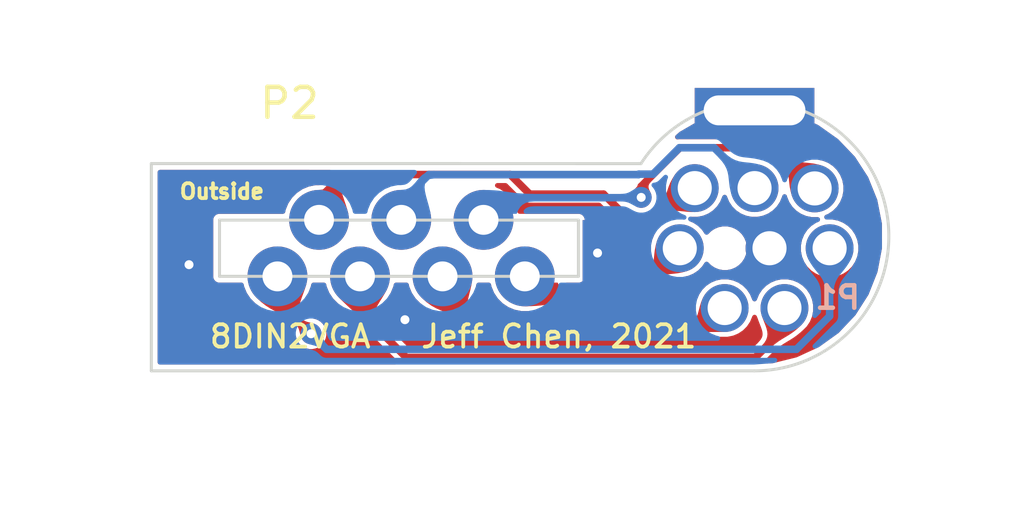
<source format=kicad_pcb>
(kicad_pcb (version 20171130) (host pcbnew "(5.1.10-1-10_14)")

  (general
    (thickness 1.6002)
    (drawings 14)
    (tracks 46)
    (zones 0)
    (modules 2)
    (nets 9)
  )

  (page USLetter)
  (title_block
    (rev 1)
  )

  (layers
    (0 Front signal)
    (31 Back signal)
    (34 B.Paste user)
    (35 F.Paste user)
    (36 B.SilkS user)
    (37 F.SilkS user)
    (38 B.Mask user)
    (39 F.Mask user)
    (42 Eco1.User user)
    (44 Edge.Cuts user)
    (45 Margin user)
    (46 B.CrtYd user)
    (47 F.CrtYd user)
    (49 F.Fab user)
  )

  (setup
    (last_trace_width 0.25)
    (user_trace_width 0.254)
    (user_trace_width 0.508)
    (user_trace_width 0.762)
    (trace_clearance 0.16)
    (zone_clearance 0.16)
    (zone_45_only no)
    (trace_min 0.1524)
    (via_size 0.7)
    (via_drill 0.3)
    (via_min_size 0.508)
    (via_min_drill 0.254)
    (user_via 0.6858 0.3302)
    (user_via 0.889 0.381)
    (uvia_size 0.6858)
    (uvia_drill 0.254)
    (uvias_allowed no)
    (uvia_min_size 0)
    (uvia_min_drill 0)
    (edge_width 0.1)
    (segment_width 0.254)
    (pcb_text_width 0.3048)
    (pcb_text_size 1.524 1.524)
    (mod_edge_width 0.127)
    (mod_text_size 0.762 0.762)
    (mod_text_width 0.127)
    (pad_size 1.524 1.524)
    (pad_drill 0.762)
    (pad_to_mask_clearance 0.0508)
    (aux_axis_origin 0 0)
    (visible_elements FFFFFF7F)
    (pcbplotparams
      (layerselection 0x010fc_ffffffff)
      (usegerberextensions false)
      (usegerberattributes false)
      (usegerberadvancedattributes false)
      (creategerberjobfile false)
      (excludeedgelayer true)
      (linewidth 0.152400)
      (plotframeref false)
      (viasonmask false)
      (mode 1)
      (useauxorigin false)
      (hpglpennumber 1)
      (hpglpenspeed 20)
      (hpglpendiameter 15.000000)
      (psnegative false)
      (psa4output false)
      (plotreference true)
      (plotvalue false)
      (plotinvisibletext false)
      (padsonsilk false)
      (subtractmaskfromsilk true)
      (outputformat 1)
      (mirror false)
      (drillshape 0)
      (scaleselection 1)
      (outputdirectory "./gerbers"))
  )

  (net 0 "")
  (net 1 /GND)
  (net 2 /Red)
  (net 3 /Green)
  (net 4 /Blue)
  (net 5 /+5V)
  (net 6 /Sync)
  (net 7 /Audio_L)
  (net 8 /Audio_R)

  (net_class Default "This is the default net class."
    (clearance 0.16)
    (trace_width 0.25)
    (via_dia 0.7)
    (via_drill 0.3)
    (uvia_dia 0.6858)
    (uvia_drill 0.254)
    (diff_pair_width 0.1524)
    (diff_pair_gap 0.1524)
    (add_net /+5V)
    (add_net /Audio_L)
    (add_net /Audio_R)
    (add_net /Blue)
    (add_net /GND)
    (add_net /Green)
    (add_net /Red)
    (add_net /Sync)
  )

  (module 8DIN2VGA_New:8DIN_PCB (layer Front) (tedit 616CB50A) (tstamp 616C8446)
    (at 152.14 84.35)
    (path /616C79ED)
    (fp_text reference P1 (at 2.78 3.66) (layer B.SilkS)
      (effects (font (size 0.75 0.75) (thickness 0.15)) (justify mirror))
    )
    (fp_text value Mini_DIN_8P_PCB (at -10.27 -1.98) (layer F.Fab)
      (effects (font (size 1 1) (thickness 0.15)))
    )
    (fp_poly (pts (xy 1.692064 -2.573077) (xy 1.724473 -2.562597) (xy 1.77655 -2.541053) (xy 1.843877 -2.510626)
      (xy 1.922035 -2.4735) (xy 2.006607 -2.431857) (xy 2.093172 -2.38788) (xy 2.177313 -2.343752)
      (xy 2.254612 -2.301654) (xy 2.32065 -2.26377) (xy 2.331872 -2.257039) (xy 2.575522 -2.098595)
      (xy 2.80617 -1.925321) (xy 3.029271 -1.732859) (xy 3.222465 -1.545406) (xy 3.419932 -1.3333)
      (xy 3.59492 -1.121496) (xy 3.751694 -0.903946) (xy 3.89452 -0.674601) (xy 4.027664 -0.427414)
      (xy 4.066294 -0.349004) (xy 4.170728 -0.119749) (xy 4.257549 0.100947) (xy 4.330016 0.322411)
      (xy 4.391389 0.553973) (xy 4.409485 0.632937) (xy 4.430258 0.728722) (xy 4.447294 0.813157)
      (xy 4.46096 0.890513) (xy 4.471623 0.965058) (xy 4.479647 1.041065) (xy 4.4854 1.122802)
      (xy 4.489246 1.214541) (xy 4.491551 1.320552) (xy 4.492682 1.445105) (xy 4.493005 1.592471)
      (xy 4.493007 1.607714) (xy 4.492523 1.769645) (xy 4.490759 1.908572) (xy 4.487248 2.028966)
      (xy 4.48152 2.135301) (xy 4.473108 2.232048) (xy 4.461542 2.323681) (xy 4.446356 2.414673)
      (xy 4.42708 2.509495) (xy 4.403246 2.61262) (xy 4.376538 2.72006) (xy 4.278135 3.052694)
      (xy 4.155391 3.374058) (xy 4.009424 3.683087) (xy 3.841351 3.978716) (xy 3.652287 4.259882)
      (xy 3.443349 4.52552) (xy 3.215654 4.774564) (xy 2.970319 5.005952) (xy 2.70846 5.218618)
      (xy 2.431193 5.411497) (xy 2.139636 5.583526) (xy 1.834906 5.733639) (xy 1.518117 5.860773)
      (xy 1.190388 5.963862) (xy 0.902348 6.032132) (xy 0.879973 6.036824) (xy 0.859879 6.041319)
      (xy 0.841476 6.045622) (xy 0.824173 6.049738) (xy 0.807379 6.053669) (xy 0.790501 6.057422)
      (xy 0.77295 6.060999) (xy 0.754133 6.064405) (xy 0.73346 6.067643) (xy 0.710339 6.070719)
      (xy 0.684179 6.073637) (xy 0.654389 6.0764) (xy 0.620378 6.079012) (xy 0.581554 6.081479)
      (xy 0.537326 6.083803) (xy 0.487103 6.08599) (xy 0.430294 6.088043) (xy 0.366307 6.089967)
      (xy 0.294552 6.091765) (xy 0.214437 6.093443) (xy 0.12537 6.095003) (xy 0.026761 6.09645)
      (xy -0.081981 6.097789) (xy -0.201448 6.099024) (xy -0.332232 6.100158) (xy -0.474923 6.101196)
      (xy -0.630112 6.102142) (xy -0.798391 6.103) (xy -0.980351 6.103775) (xy -1.176583 6.10447)
      (xy -1.387679 6.10509) (xy -1.614229 6.105639) (xy -1.856825 6.106121) (xy -2.116058 6.10654)
      (xy -2.39252 6.106901) (xy -2.686801 6.107207) (xy -2.999492 6.107463) (xy -3.331186 6.107673)
      (xy -3.682473 6.107841) (xy -4.053944 6.107971) (xy -4.446192 6.108067) (xy -4.859805 6.108134)
      (xy -5.295378 6.108176) (xy -5.753499 6.108197) (xy -6.234761 6.108201) (xy -6.739755 6.108192)
      (xy -7.269071 6.108175) (xy -7.823302 6.108153) (xy -8.403039 6.108131) (xy -9.008872 6.108112)
      (xy -9.641393 6.108102) (xy -20.164785 6.108102) (xy -20.164785 4.060133) (xy -1.56428 4.060133)
      (xy -1.541419 4.181647) (xy -1.496059 4.290641) (xy -1.431054 4.385215) (xy -1.349259 4.46347)
      (xy -1.25353 4.523505) (xy -1.146722 4.56342) (xy -1.03169 4.581315) (xy -0.91129 4.57529)
      (xy -0.821278 4.554582) (xy -0.710276 4.506471) (xy -0.614732 4.435811) (xy -0.535553 4.343377)
      (xy -0.49592 4.277097) (xy -0.450989 4.163194) (xy -0.431569 4.047751) (xy -0.433071 4.00984)
      (xy 0.438516 4.00984) (xy 0.451372 4.137799) (xy 0.488464 4.254041) (xy 0.548353 4.356571)
      (xy 0.629597 4.443396) (xy 0.730755 4.51252) (xy 0.833674 4.556654) (xy 0.934131 4.577419)
      (xy 1.04355 4.578783) (xy 1.15208 4.561387) (xy 1.240998 4.530153) (xy 1.346722 4.466596)
      (xy 1.434455 4.385002) (xy 1.502368 4.288792) (xy 1.548632 4.181387) (xy 1.571417 4.066208)
      (xy 1.568894 3.946675) (xy 1.565372 3.923577) (xy 1.531119 3.80006) (xy 1.474976 3.692037)
      (xy 1.398598 3.601261) (xy 1.303639 3.529485) (xy 1.191755 3.47846) (xy 1.128604 3.460969)
      (xy 1.007965 3.447099) (xy 0.891658 3.458186) (xy 0.782549 3.491951) (xy 0.683503 3.546116)
      (xy 0.597387 3.618399) (xy 0.527066 3.706523) (xy 0.475406 3.808208) (xy 0.445273 3.921174)
      (xy 0.438516 4.00984) (xy -0.433071 4.00984) (xy -0.436082 3.933901) (xy -0.46295 3.824777)
      (xy -0.510594 3.723512) (xy -0.577436 3.633237) (xy -0.661898 3.557085) (xy -0.762402 3.49819)
      (xy -0.87737 3.459683) (xy -0.911041 3.453129) (xy -1.030808 3.446229) (xy -1.14506 3.464159)
      (xy -1.251091 3.504402) (xy -1.346191 3.564444) (xy -1.427655 3.641769) (xy -1.492775 3.73386)
      (xy -1.538843 3.838203) (xy -1.563153 3.95228) (xy -1.56428 4.060133) (xy -20.164785 4.060133)
      (xy -20.164785 3.462268) (xy -16.196526 3.462268) (xy -16.184739 3.541904) (xy -16.151387 3.610444)
      (xy -16.099481 3.663091) (xy -16.055146 3.687357) (xy -15.990988 3.701189) (xy -15.918745 3.698946)
      (xy -15.851944 3.68154) (xy -15.832996 3.672397) (xy -15.77312 3.626101) (xy -15.73574 3.566024)
      (xy -15.720574 3.494671) (xy -13.439546 3.494671) (xy -13.420079 3.566762) (xy -13.380399 3.628861)
      (xy -13.326853 3.672374) (xy -13.269795 3.693462) (xy -13.202667 3.701097) (xy -13.13571 3.695491)
      (xy -13.079165 3.676852) (xy -13.063267 3.666946) (xy -13.010259 3.617354) (xy -12.979284 3.560767)
      (xy -12.965702 3.488601) (xy -12.965512 3.486064) (xy -12.966892 3.458111) (xy -10.681019 3.458111)
      (xy -10.67409 3.534158) (xy -10.651369 3.593508) (xy -10.610159 3.643558) (xy -10.550156 3.681979)
      (xy -10.478034 3.701075) (xy -10.401975 3.70006) (xy -10.330157 3.67815) (xy -10.317819 3.671647)
      (xy -10.260241 3.624642) (xy -10.222367 3.564089) (xy -10.20411 3.495519) (xy -10.205215 3.433935)
      (xy -7.930425 3.433935) (xy -7.92622 3.509134) (xy -7.900145 3.580372) (xy -7.855312 3.642514)
      (xy -7.797452 3.681593) (xy -7.724289 3.698807) (xy -7.674539 3.699278) (xy -7.60607 3.690445)
      (xy -7.558524 3.671746) (xy -7.550837 3.666531) (xy -7.495313 3.613624) (xy -7.463077 3.551903)
      (xy -7.451237 3.475447) (xy -7.451041 3.462268) (xy -7.461939 3.377861) (xy -7.493873 3.310606)
      (xy -7.545703 3.261755) (xy -7.616287 3.232557) (xy -7.667333 3.224982) (xy -7.749149 3.231242)
      (xy -7.818971 3.259245) (xy -7.874195 3.305014) (xy -7.912215 3.364569) (xy -7.930425 3.433935)
      (xy -10.205215 3.433935) (xy -10.205385 3.424465) (xy -10.226104 3.356455) (xy -10.266181 3.297023)
      (xy -10.324385 3.252306) (xy -10.370062 3.231987) (xy -10.414416 3.224019) (xy -10.464727 3.224982)
      (xy -10.545994 3.241928) (xy -10.609536 3.279446) (xy -10.653849 3.335916) (xy -10.67743 3.409716)
      (xy -10.681019 3.458111) (xy -12.966892 3.458111) (xy -12.969825 3.398719) (xy -12.995761 3.327615)
      (xy -13.042196 3.274073) (xy -13.108008 3.239411) (xy -13.187621 3.225163) (xy -13.270325 3.230672)
      (xy -13.336733 3.257763) (xy -13.388827 3.307491) (xy -13.411725 3.344165) (xy -13.437271 3.418501)
      (xy -13.439546 3.494671) (xy -15.720574 3.494671) (xy -15.719516 3.489698) (xy -15.718572 3.462268)
      (xy -15.728559 3.379912) (xy -15.759124 3.315173) (xy -15.811175 3.266469) (xy -15.840098 3.250202)
      (xy -15.919691 3.224498) (xy -15.996181 3.223116) (xy -16.065632 3.243714) (xy -16.124106 3.283949)
      (xy -16.167668 3.34148) (xy -16.192381 3.413964) (xy -16.196526 3.462268) (xy -20.164785 3.462268)
      (xy -20.164785 1.063838) (xy -17.66327 1.063838) (xy -17.66327 2.960591) (xy -5.98037 2.960591)
      (xy -5.98037 1.981357) (xy -3.066807 1.981357) (xy -3.060451 2.098885) (xy -3.03263 2.212153)
      (xy -2.983721 2.314523) (xy -2.981965 2.317306) (xy -2.905189 2.41428) (xy -2.813157 2.488575)
      (xy -2.706858 2.539688) (xy -2.587278 2.567115) (xy -2.482372 2.571654) (xy -2.415132 2.568102)
      (xy -2.364137 2.560679) (xy -2.318181 2.546953) (xy -2.266862 2.524868) (xy -2.155882 2.459752)
      (xy -2.067602 2.379205) (xy -2.00232 2.283726) (xy -1.960336 2.173818) (xy -1.941947 2.049981)
      (xy -1.941826 1.979866) (xy -1.359823 1.979866) (xy -1.354719 2.108823) (xy -1.326982 2.222924)
      (xy -1.276006 2.323758) (xy -1.201185 2.412915) (xy -1.191138 2.422387) (xy -1.097848 2.494491)
      (xy -0.998984 2.542172) (xy -0.889761 2.567159) (xy -0.778043 2.571654) (xy -0.71069 2.568087)
      (xy -0.659616 2.560638) (xy -0.613648 2.546893) (xy -0.563306 2.52523) (xy -0.452702 2.460134)
      (xy -0.364486 2.379209) (xy -0.299023 2.283075) (xy -0.256676 2.172353) (xy -0.239033 2.055742)
      (xy -0.059942 2.055742) (xy -0.040505 2.166368) (xy 0.001116 2.272416) (xy 0.065592 2.370203)
      (xy 0.088877 2.396722) (xy 0.17355 2.474155) (xy 0.262618 2.527845) (xy 0.361147 2.559815)
      (xy 0.474206 2.572086) (xy 0.527693 2.571838) (xy 0.595122 2.568158) (xy 0.64634 2.560588)
      (xy 0.692587 2.546677) (xy 0.743203 2.524868) (xy 0.847116 2.464376) (xy 0.929913 2.38878)
      (xy 0.995547 2.294246) (xy 1.010402 2.265863) (xy 1.037768 2.20559) (xy 1.054245 2.153331)
      (xy 1.063378 2.095582) (xy 1.066938 2.050619) (xy 1.06666 2.038925) (xy 1.941136 2.038925)
      (xy 1.959468 2.154063) (xy 2.000237 2.262977) (xy 2.061267 2.361355) (xy 2.140382 2.444881)
      (xy 2.235405 2.509243) (xy 2.246644 2.514923) (xy 2.307373 2.542521) (xy 2.359856 2.559966)
      (xy 2.413743 2.569144) (xy 2.478684 2.57194) (xy 2.534403 2.57115) (xy 2.601037 2.567957)
      (xy 2.651369 2.560953) (xy 2.696547 2.547732) (xy 2.747722 2.52589) (xy 2.750753 2.524475)
      (xy 2.856841 2.460465) (xy 2.943714 2.378078) (xy 3.009851 2.279978) (xy 3.053733 2.168825)
      (xy 3.07384 2.047282) (xy 3.073156 1.960071) (xy 3.051313 1.841979) (xy 3.006297 1.734594)
      (xy 2.941141 1.64032) (xy 2.858876 1.561557) (xy 2.762535 1.500709) (xy 2.655148 1.460175)
      (xy 2.539748 1.44236) (xy 2.427253 1.448383) (xy 2.304355 1.480405) (xy 2.195627 1.534951)
      (xy 2.103209 1.609909) (xy 2.029242 1.703165) (xy 1.975865 1.812609) (xy 1.947419 1.921877)
      (xy 1.941136 2.038925) (xy 1.06666 2.038925) (xy 1.063904 1.923079) (xy 1.03741 1.808999)
      (xy 0.986636 1.706243) (xy 0.910759 1.612674) (xy 0.891034 1.593502) (xy 0.793095 1.519798)
      (xy 0.684605 1.470378) (xy 0.568712 1.445689) (xy 0.448563 1.446183) (xy 0.327306 1.47231)
      (xy 0.251746 1.502141) (xy 0.152162 1.562876) (xy 0.070738 1.641135) (xy 0.008145 1.733235)
      (xy -0.034946 1.835492) (xy -0.057865 1.944223) (xy -0.059942 2.055742) (xy -0.239033 2.055742)
      (xy -0.23781 2.047661) (xy -0.237702 1.970588) (xy -0.242639 1.903248) (xy -0.251757 1.851623)
      (xy -0.267863 1.803972) (xy -0.288034 1.760073) (xy -0.353985 1.656262) (xy -0.43956 1.570054)
      (xy -0.541473 1.503863) (xy -0.656435 1.460102) (xy -0.712802 1.448168) (xy -0.830941 1.442397)
      (xy -0.946691 1.461626) (xy -1.055905 1.503679) (xy -1.154434 1.566383) (xy -1.23813 1.647564)
      (xy -1.302843 1.745046) (xy -1.311024 1.761722) (xy -1.333719 1.814821) (xy -1.347794 1.862688)
      (xy -1.355768 1.916581) (xy -1.359823 1.979866) (xy -1.941826 1.979866) (xy -1.946451 1.910838)
      (xy -1.954901 1.858012) (xy -1.969694 1.81013) (xy -1.990625 1.761722) (xy -2.05174 1.662303)
      (xy -2.132477 1.578564) (xy -2.228543 1.512747) (xy -2.335646 1.467094) (xy -2.449492 1.443848)
      (xy -2.565791 1.445248) (xy -2.589782 1.448824) (xy -2.712056 1.483077) (xy -2.821022 1.540062)
      (xy -2.914074 1.617865) (xy -2.988605 1.714572) (xy -3.013615 1.760073) (xy -3.05132 1.866207)
      (xy -3.066807 1.981357) (xy -5.98037 1.981357) (xy -5.98037 1.063838) (xy -17.66327 1.063838)
      (xy -20.164785 1.063838) (xy -20.164785 0.55782) (xy -14.817914 0.55782) (xy -14.805777 0.639137)
      (xy -14.772125 0.707024) (xy -14.720295 0.758372) (xy -14.653622 0.790076) (xy -14.575441 0.799026)
      (xy -14.560181 0.797959) (xy -14.507716 0.78799) (xy -14.45827 0.77091) (xy -14.440891 0.761906)
      (xy -14.390302 0.715534) (xy -14.356288 0.653344) (xy -14.339984 0.582262) (xy -14.340464 0.568449)
      (xy -12.06544 0.568449) (xy -12.062143 0.597749) (xy -12.037266 0.668234) (xy -11.991463 0.728568)
      (xy -11.930507 0.773829) (xy -11.860174 0.799092) (xy -11.82182 0.80269) (xy -11.779199 0.796266)
      (xy -11.729758 0.780093) (xy -11.711451 0.771765) (xy -11.649681 0.727487) (xy -11.607555 0.670392)
      (xy -11.584557 0.605324) (xy -11.580169 0.537129) (xy -11.580966 0.533262) (xy -9.303579 0.533262)
      (xy -9.298848 0.617508) (xy -9.271158 0.689809) (xy -9.222448 0.747061) (xy -9.154659 0.786163)
      (xy -9.142813 0.79032) (xy -9.089268 0.797837) (xy -9.025164 0.793052) (xy -8.96356 0.777724)
      (xy -8.928612 0.761474) (xy -8.878032 0.714852) (xy -8.84359 0.650592) (xy -8.828096 0.575098)
      (xy -8.828482 0.533262) (xy -8.84649 0.457165) (xy -8.883727 0.396128) (xy -8.935723 0.351281)
      (xy -8.998009 0.323754) (xy -9.066113 0.314677) (xy -9.135567 0.325182) (xy -9.2019 0.356398)
      (xy -9.260641 0.409456) (xy -9.270172 0.421557) (xy -9.28976 0.462724) (xy -9.302133 0.519404)
      (xy -9.303579 0.533262) (xy -11.580966 0.533262) (xy -11.593875 0.470652) (xy -11.625158 0.410738)
      (xy -11.673502 0.362231) (xy -11.73839 0.329978) (xy -11.759137 0.324587) (xy -11.841592 0.3189)
      (xy -11.916237 0.33603) (xy -11.979509 0.372763) (xy -12.027842 0.425885) (xy -12.057674 0.492185)
      (xy -12.06544 0.568449) (xy -14.340464 0.568449) (xy -14.342527 0.509211) (xy -14.365052 0.441118)
      (xy -14.383509 0.411947) (xy -14.439554 0.356861) (xy -14.506613 0.326069) (xy -14.57761 0.317703)
      (xy -14.660606 0.329478) (xy -14.728558 0.363168) (xy -14.779012 0.416319) (xy -14.809513 0.486477)
      (xy -14.817914 0.55782) (xy -20.164785 0.55782) (xy -20.164785 0.028802) (xy -2.568724 0.028802)
      (xy -2.552324 0.140898) (xy -2.515182 0.248118) (xy -2.45955 0.345343) (xy -2.387682 0.427452)
      (xy -2.313026 0.483004) (xy -2.232148 0.525406) (xy -2.157855 0.551532) (xy -2.079378 0.564054)
      (xy -1.985948 0.565645) (xy -1.980695 0.565485) (xy -1.912935 0.562079) (xy -1.86227 0.555502)
      (xy -1.818322 0.543537) (xy -1.770715 0.52397) (xy -1.757472 0.517841) (xy -1.654558 0.455945)
      (xy -1.571203 0.378203) (xy -1.507452 0.287973) (xy -1.463352 0.188612) (xy -1.438947 0.083481)
      (xy -1.435171 -0.003605) (xy -0.562093 -0.003605) (xy -0.554741 0.10533) (xy -0.527914 0.210635)
      (xy -0.48162 0.308603) (xy -0.415863 0.395528) (xy -0.330648 0.467704) (xy -0.305184 0.483668)
      (xy -0.225146 0.525588) (xy -0.151318 0.551497) (xy -0.073098 0.564007) (xy 0.020115 0.565729)
      (xy 0.027099 0.565525) (xy 0.093238 0.562419) (xy 0.141948 0.556523) (xy 0.183287 0.545578)
      (xy 0.22731 0.527324) (xy 0.253775 0.5146) (xy 0.355598 0.450756) (xy 0.437668 0.371439)
      (xy 0.5 0.28) (xy 0.542606 0.179788) (xy 0.5655 0.074154) (xy 0.566725 0.032837)
      (xy 1.442732 0.032837) (xy 1.45697 0.141421) (xy 1.491539 0.245711) (xy 1.546693 0.342239)
      (xy 1.622691 0.427539) (xy 1.695983 0.48365) (xy 1.778663 0.527459) (xy 1.866577 0.554022)
      (xy 1.967174 0.565137) (xy 2.033809 0.565228) (xy 2.100137 0.562248) (xy 2.148884 0.556452)
      (xy 2.189951 0.545673) (xy 2.233239 0.527745) (xy 2.256718 0.516455) (xy 2.360771 0.450912)
      (xy 2.445488 0.368088) (xy 2.509753 0.27129) (xy 2.552448 0.163822) (xy 2.572454 0.04899)
      (xy 2.568655 -0.069901) (xy 2.539932 -0.189545) (xy 2.515605 -0.249194) (xy 2.45383 -0.349214)
      (xy 2.369846 -0.433669) (xy 2.264903 -0.501327) (xy 2.255603 -0.505995) (xy 2.214314 -0.525586)
      (xy 2.180368 -0.538494) (xy 2.146087 -0.546099) (xy 2.103797 -0.54978) (xy 2.045819 -0.550918)
      (xy 2.005525 -0.550962) (xy 1.933948 -0.550249) (xy 1.882352 -0.54754) (xy 1.84324 -0.541682)
      (xy 1.809116 -0.531521) (xy 1.772485 -0.515902) (xy 1.76986 -0.51468) (xy 1.667507 -0.453143)
      (xy 1.583945 -0.375097) (xy 1.51943 -0.284008) (xy 1.474218 -0.183345) (xy 1.448567 -0.076574)
      (xy 1.442732 0.032837) (xy 0.566725 0.032837) (xy 0.568695 -0.033553) (xy 0.552205 -0.139983)
      (xy 0.516043 -0.241786) (xy 0.460222 -0.335612) (xy 0.384756 -0.41811) (xy 0.289658 -0.485932)
      (xy 0.249712 -0.506535) (xy 0.196392 -0.529365) (xy 0.148556 -0.543521) (xy 0.094915 -0.551536)
      (xy 0.030874 -0.555659) (xy -0.074632 -0.554292) (xy -0.164635 -0.538486) (xy -0.248263 -0.506007)
      (xy -0.306565 -0.472992) (xy -0.396661 -0.401509) (xy -0.467256 -0.315121) (xy -0.518356 -0.217537)
      (xy -0.549967 -0.112463) (xy -0.562093 -0.003605) (xy -1.435171 -0.003605) (xy -1.434283 -0.024064)
      (xy -1.449403 -0.130663) (xy -1.484355 -0.232958) (xy -1.539183 -0.32759) (xy -1.613931 -0.411202)
      (xy -1.708646 -0.480434) (xy -1.743785 -0.499302) (xy -1.790952 -0.522029) (xy -1.827861 -0.536907)
      (xy -1.862762 -0.545597) (xy -1.903905 -0.54976) (xy -1.959541 -0.551058) (xy -2.001311 -0.551152)
      (xy -2.06902 -0.55075) (xy -2.11749 -0.548438) (xy -2.154973 -0.542555) (xy -2.189719 -0.531439)
      (xy -2.229978 -0.513429) (xy -2.258838 -0.499302) (xy -2.364162 -0.433402) (xy -2.448059 -0.350338)
      (xy -2.510637 -0.249962) (xy -2.552001 -0.132129) (xy -2.562127 -0.083049) (xy -2.568724 0.028802)
      (xy -20.164785 0.028802) (xy -20.164785 -0.805427) (xy -3.812378 -0.805427) (xy -3.774309 -0.863841)
      (xy -3.583064 -1.132958) (xy -3.368785 -1.389908) (xy -3.134065 -1.632466) (xy -2.881499 -1.858407)
      (xy -2.61368 -2.065506) (xy -2.333203 -2.251537) (xy -2.042661 -2.414277) (xy -1.869873 -2.497426)
      (xy -1.803487 -2.526643) (xy -1.744281 -2.551179) (xy -1.69757 -2.568943) (xy -1.668669 -2.577843)
      (xy -1.663909 -2.578478) (xy -1.654004 -2.57709) (xy -1.64689 -2.570331) (xy -1.642107 -2.554312)
      (xy -1.639196 -2.52514) (xy -1.637695 -2.478927) (xy -1.637146 -2.41178) (xy -1.63708 -2.351693)
      (xy -1.63708 -2.124907) (xy 1.647877 -2.124907) (xy 1.647877 -2.581914) (xy 1.692064 -2.573077)) (layer Eco1.User) (width 0.01))
    (pad 9 thru_hole rect (at 0 -2.6) (size 4 1.5) (drill oval 3.4 1) (layers *.Cu *.Mask)
      (net 1 /GND))
    (pad "" np_thru_hole circle (at -0.99 2.01) (size 1.14 1.14) (drill 1.14) (layers *.Cu *.Mask))
    (pad 8 thru_hole circle (at -2 0) (size 1.6 1.6) (drill 1.14) (layers *.Cu *.Mask)
      (net 2 /Red))
    (pad 7 thru_hole circle (at 0 0) (size 1.6 1.6) (drill 1.14) (layers *.Cu *.Mask)
      (net 3 /Green))
    (pad 6 thru_hole circle (at 2.01 0.01) (size 1.6 1.6) (drill 1.14) (layers *.Cu *.Mask)
      (net 4 /Blue))
    (pad 5 thru_hole circle (at -2.5 2.01) (size 1.6 1.6) (drill 1.14) (layers *.Cu *.Mask)
      (net 5 /+5V))
    (pad 4 thru_hole circle (at 0.5 2.01) (size 1.6 1.6) (drill 1.14) (layers *.Cu *.Mask)
      (net 1 /GND))
    (pad 3 thru_hole circle (at 2.51 2.01) (size 1.6 1.6) (drill 1.14) (layers *.Cu *.Mask)
      (net 6 /Sync))
    (pad 2 thru_hole circle (at -1 4.01) (size 1.6 1.6) (drill 1.14) (layers *.Cu *.Mask)
      (net 7 /Audio_L))
    (pad 1 thru_hole circle (at 1 4.01) (size 1.6 1.6) (drill 1.14) (layers *.Cu *.Mask)
      (net 8 /Audio_R))
  )

  (module 8DIN2VGA_New:Landing_Pads_On_Plug_PCB (layer Front) (tedit 6192B0BF) (tstamp 616CCD4B)
    (at 144.3 86.11)
    (path /616C99E3)
    (fp_text reference P2 (at -7.71 -4.6) (layer F.SilkS)
      (effects (font (size 1 1) (thickness 0.15)))
    )
    (fp_text value 8_pin_DIN_Landing (at 0.37 -4.65) (layer F.Fab)
      (effects (font (size 1 1) (thickness 0.15)))
    )
    (fp_poly (pts (xy 9.527953 -4.337889) (xy 9.560362 -4.327409) (xy 9.612439 -4.305865) (xy 9.679766 -4.275438)
      (xy 9.757924 -4.238312) (xy 9.842496 -4.196669) (xy 9.929061 -4.152692) (xy 10.013202 -4.108564)
      (xy 10.090501 -4.066466) (xy 10.156539 -4.028582) (xy 10.167761 -4.021851) (xy 10.411411 -3.863407)
      (xy 10.642059 -3.690133) (xy 10.86516 -3.497671) (xy 11.058354 -3.310218) (xy 11.255821 -3.098112)
      (xy 11.430809 -2.886308) (xy 11.587583 -2.668758) (xy 11.730409 -2.439413) (xy 11.863553 -2.192226)
      (xy 11.902183 -2.113816) (xy 12.006617 -1.884561) (xy 12.093438 -1.663865) (xy 12.165905 -1.442401)
      (xy 12.227278 -1.210839) (xy 12.245374 -1.131875) (xy 12.266147 -1.03609) (xy 12.283183 -0.951655)
      (xy 12.296849 -0.874299) (xy 12.307512 -0.799754) (xy 12.315536 -0.723747) (xy 12.321289 -0.64201)
      (xy 12.325135 -0.550271) (xy 12.32744 -0.44426) (xy 12.328571 -0.319707) (xy 12.328894 -0.172341)
      (xy 12.328896 -0.157098) (xy 12.328412 0.004833) (xy 12.326648 0.14376) (xy 12.323137 0.264154)
      (xy 12.317409 0.370489) (xy 12.308997 0.467236) (xy 12.297431 0.558869) (xy 12.282245 0.649861)
      (xy 12.262969 0.744683) (xy 12.239135 0.847808) (xy 12.212427 0.955248) (xy 12.114024 1.287882)
      (xy 11.99128 1.609246) (xy 11.845313 1.918275) (xy 11.67724 2.213904) (xy 11.488176 2.49507)
      (xy 11.279238 2.760708) (xy 11.051543 3.009752) (xy 10.806208 3.24114) (xy 10.544349 3.453806)
      (xy 10.267082 3.646685) (xy 9.975525 3.818714) (xy 9.670795 3.968827) (xy 9.354006 4.095961)
      (xy 9.026277 4.19905) (xy 8.738237 4.26732) (xy 8.715862 4.272012) (xy 8.695768 4.276507)
      (xy 8.677365 4.28081) (xy 8.660062 4.284926) (xy 8.643268 4.288857) (xy 8.62639 4.29261)
      (xy 8.608839 4.296187) (xy 8.590022 4.299593) (xy 8.569349 4.302831) (xy 8.546228 4.305907)
      (xy 8.520068 4.308825) (xy 8.490278 4.311588) (xy 8.456267 4.3142) (xy 8.417443 4.316667)
      (xy 8.373215 4.318991) (xy 8.322992 4.321178) (xy 8.266183 4.323231) (xy 8.202196 4.325155)
      (xy 8.130441 4.326953) (xy 8.050326 4.328631) (xy 7.961259 4.330191) (xy 7.86265 4.331638)
      (xy 7.753908 4.332977) (xy 7.634441 4.334212) (xy 7.503657 4.335346) (xy 7.360966 4.336384)
      (xy 7.205777 4.33733) (xy 7.037498 4.338188) (xy 6.855538 4.338963) (xy 6.659306 4.339658)
      (xy 6.44821 4.340278) (xy 6.22166 4.340827) (xy 5.979064 4.341309) (xy 5.719831 4.341728)
      (xy 5.443369 4.342089) (xy 5.149088 4.342395) (xy 4.836397 4.342651) (xy 4.504703 4.342861)
      (xy 4.153416 4.343029) (xy 3.781945 4.343159) (xy 3.389697 4.343255) (xy 2.976084 4.343322)
      (xy 2.540511 4.343364) (xy 2.08239 4.343385) (xy 1.601128 4.343389) (xy 1.096134 4.34338)
      (xy 0.566818 4.343363) (xy 0.012587 4.343341) (xy -0.56715 4.343319) (xy -1.172983 4.3433)
      (xy -1.805504 4.34329) (xy -12.328896 4.34329) (xy -12.328896 2.295321) (xy 6.271609 2.295321)
      (xy 6.29447 2.416835) (xy 6.33983 2.525829) (xy 6.404835 2.620403) (xy 6.48663 2.698658)
      (xy 6.582359 2.758693) (xy 6.689167 2.798608) (xy 6.804199 2.816503) (xy 6.924599 2.810478)
      (xy 7.014611 2.78977) (xy 7.125613 2.741659) (xy 7.221157 2.670999) (xy 7.300336 2.578565)
      (xy 7.339969 2.512285) (xy 7.3849 2.398382) (xy 7.40432 2.282939) (xy 7.402818 2.245028)
      (xy 8.274405 2.245028) (xy 8.287261 2.372987) (xy 8.324353 2.489229) (xy 8.384242 2.591759)
      (xy 8.465486 2.678584) (xy 8.566644 2.747708) (xy 8.669563 2.791842) (xy 8.77002 2.812607)
      (xy 8.879439 2.813971) (xy 8.987969 2.796575) (xy 9.076887 2.765341) (xy 9.182611 2.701784)
      (xy 9.270344 2.62019) (xy 9.338257 2.52398) (xy 9.384521 2.416575) (xy 9.407306 2.301396)
      (xy 9.404783 2.181863) (xy 9.401261 2.158765) (xy 9.367008 2.035248) (xy 9.310865 1.927225)
      (xy 9.234487 1.836449) (xy 9.139528 1.764673) (xy 9.027644 1.713648) (xy 8.964493 1.696157)
      (xy 8.843854 1.682287) (xy 8.727547 1.693374) (xy 8.618438 1.727139) (xy 8.519392 1.781304)
      (xy 8.433276 1.853587) (xy 8.362955 1.941711) (xy 8.311295 2.043396) (xy 8.281162 2.156362)
      (xy 8.274405 2.245028) (xy 7.402818 2.245028) (xy 7.399807 2.169089) (xy 7.372939 2.059965)
      (xy 7.325295 1.9587) (xy 7.258453 1.868425) (xy 7.173991 1.792273) (xy 7.073487 1.733378)
      (xy 6.958519 1.694871) (xy 6.924848 1.688317) (xy 6.805081 1.681417) (xy 6.690829 1.699347)
      (xy 6.584798 1.73959) (xy 6.489698 1.799632) (xy 6.408234 1.876957) (xy 6.343114 1.969048)
      (xy 6.297046 2.073391) (xy 6.272736 2.187468) (xy 6.271609 2.295321) (xy -12.328896 2.295321)
      (xy -12.328896 1.697456) (xy -8.360637 1.697456) (xy -8.34885 1.777092) (xy -8.315498 1.845632)
      (xy -8.263592 1.898279) (xy -8.219257 1.922545) (xy -8.155099 1.936377) (xy -8.082856 1.934134)
      (xy -8.016055 1.916728) (xy -7.997107 1.907585) (xy -7.937231 1.861289) (xy -7.899851 1.801212)
      (xy -7.884685 1.729859) (xy -5.603657 1.729859) (xy -5.58419 1.80195) (xy -5.54451 1.864049)
      (xy -5.490964 1.907562) (xy -5.433906 1.92865) (xy -5.366778 1.936285) (xy -5.299821 1.930679)
      (xy -5.243276 1.91204) (xy -5.227378 1.902134) (xy -5.17437 1.852542) (xy -5.143395 1.795955)
      (xy -5.129813 1.723789) (xy -5.129623 1.721252) (xy -5.131003 1.693299) (xy -2.84513 1.693299)
      (xy -2.838201 1.769346) (xy -2.81548 1.828696) (xy -2.77427 1.878746) (xy -2.714267 1.917167)
      (xy -2.642145 1.936263) (xy -2.566086 1.935248) (xy -2.494268 1.913338) (xy -2.48193 1.906835)
      (xy -2.424352 1.85983) (xy -2.386478 1.799277) (xy -2.368221 1.730707) (xy -2.369326 1.669123)
      (xy -0.094536 1.669123) (xy -0.090331 1.744322) (xy -0.064256 1.81556) (xy -0.019423 1.877702)
      (xy 0.038437 1.916781) (xy 0.1116 1.933995) (xy 0.16135 1.934466) (xy 0.229819 1.925633)
      (xy 0.277365 1.906934) (xy 0.285052 1.901719) (xy 0.340576 1.848812) (xy 0.372812 1.787091)
      (xy 0.384652 1.710635) (xy 0.384848 1.697456) (xy 0.37395 1.613049) (xy 0.342016 1.545794)
      (xy 0.290186 1.496943) (xy 0.219602 1.467745) (xy 0.168556 1.46017) (xy 0.08674 1.46643)
      (xy 0.016918 1.494433) (xy -0.038306 1.540202) (xy -0.076326 1.599757) (xy -0.094536 1.669123)
      (xy -2.369326 1.669123) (xy -2.369496 1.659653) (xy -2.390215 1.591643) (xy -2.430292 1.532211)
      (xy -2.488496 1.487494) (xy -2.534173 1.467175) (xy -2.578527 1.459207) (xy -2.628838 1.46017)
      (xy -2.710105 1.477116) (xy -2.773647 1.514634) (xy -2.81796 1.571104) (xy -2.841541 1.644904)
      (xy -2.84513 1.693299) (xy -5.131003 1.693299) (xy -5.133936 1.633907) (xy -5.159872 1.562803)
      (xy -5.206307 1.509261) (xy -5.272119 1.474599) (xy -5.351732 1.460351) (xy -5.434436 1.46586)
      (xy -5.500844 1.492951) (xy -5.552938 1.542679) (xy -5.575836 1.579353) (xy -5.601382 1.653689)
      (xy -5.603657 1.729859) (xy -7.884685 1.729859) (xy -7.883627 1.724886) (xy -7.882683 1.697456)
      (xy -7.89267 1.6151) (xy -7.923235 1.550361) (xy -7.975286 1.501657) (xy -8.004209 1.48539)
      (xy -8.083802 1.459686) (xy -8.160292 1.458304) (xy -8.229743 1.478902) (xy -8.288217 1.519137)
      (xy -8.331779 1.576668) (xy -8.356492 1.649152) (xy -8.360637 1.697456) (xy -12.328896 1.697456)
      (xy -12.328896 -0.700974) (xy -9.827381 -0.700974) (xy -9.827381 1.195779) (xy 1.855519 1.195779)
      (xy 1.855519 0.216545) (xy 4.769082 0.216545) (xy 4.775438 0.334073) (xy 4.803259 0.447341)
      (xy 4.852168 0.549711) (xy 4.853924 0.552494) (xy 4.9307 0.649468) (xy 5.022732 0.723763)
      (xy 5.129031 0.774876) (xy 5.248611 0.802303) (xy 5.353517 0.806842) (xy 5.420757 0.80329)
      (xy 5.471752 0.795867) (xy 5.517708 0.782141) (xy 5.569027 0.760056) (xy 5.680007 0.69494)
      (xy 5.768287 0.614393) (xy 5.833569 0.518914) (xy 5.875553 0.409006) (xy 5.893942 0.285169)
      (xy 5.894063 0.215054) (xy 6.476066 0.215054) (xy 6.48117 0.344011) (xy 6.508907 0.458112)
      (xy 6.559883 0.558946) (xy 6.634704 0.648103) (xy 6.644751 0.657575) (xy 6.738041 0.729679)
      (xy 6.836905 0.77736) (xy 6.946128 0.802347) (xy 7.057846 0.806842) (xy 7.125199 0.803275)
      (xy 7.176273 0.795826) (xy 7.222241 0.782081) (xy 7.272583 0.760418) (xy 7.383187 0.695322)
      (xy 7.471403 0.614397) (xy 7.536866 0.518263) (xy 7.579213 0.407541) (xy 7.596856 0.29093)
      (xy 7.775947 0.29093) (xy 7.795384 0.401556) (xy 7.837005 0.507604) (xy 7.901481 0.605391)
      (xy 7.924766 0.63191) (xy 8.009439 0.709343) (xy 8.098507 0.763033) (xy 8.197036 0.795003)
      (xy 8.310095 0.807274) (xy 8.363582 0.807026) (xy 8.431011 0.803346) (xy 8.482229 0.795776)
      (xy 8.528476 0.781865) (xy 8.579092 0.760056) (xy 8.683005 0.699564) (xy 8.765802 0.623968)
      (xy 8.831436 0.529434) (xy 8.846291 0.501051) (xy 8.873657 0.440778) (xy 8.890134 0.388519)
      (xy 8.899267 0.33077) (xy 8.902827 0.285807) (xy 8.902549 0.274113) (xy 9.777025 0.274113)
      (xy 9.795357 0.389251) (xy 9.836126 0.498165) (xy 9.897156 0.596543) (xy 9.976271 0.680069)
      (xy 10.071294 0.744431) (xy 10.082533 0.750111) (xy 10.143262 0.777709) (xy 10.195745 0.795154)
      (xy 10.249632 0.804332) (xy 10.314573 0.807128) (xy 10.370292 0.806338) (xy 10.436926 0.803145)
      (xy 10.487258 0.796141) (xy 10.532436 0.78292) (xy 10.583611 0.761078) (xy 10.586642 0.759663)
      (xy 10.69273 0.695653) (xy 10.779603 0.613266) (xy 10.84574 0.515166) (xy 10.889622 0.404013)
      (xy 10.909729 0.28247) (xy 10.909045 0.195259) (xy 10.887202 0.077167) (xy 10.842186 -0.030218)
      (xy 10.77703 -0.124492) (xy 10.694765 -0.203255) (xy 10.598424 -0.264103) (xy 10.491037 -0.304637)
      (xy 10.375637 -0.322452) (xy 10.263142 -0.316429) (xy 10.140244 -0.284407) (xy 10.031516 -0.229861)
      (xy 9.939098 -0.154903) (xy 9.865131 -0.061647) (xy 9.811754 0.047797) (xy 9.783308 0.157065)
      (xy 9.777025 0.274113) (xy 8.902549 0.274113) (xy 8.899793 0.158267) (xy 8.873299 0.044187)
      (xy 8.822525 -0.058569) (xy 8.746648 -0.152138) (xy 8.726923 -0.17131) (xy 8.628984 -0.245014)
      (xy 8.520494 -0.294434) (xy 8.404601 -0.319123) (xy 8.284452 -0.318629) (xy 8.163195 -0.292502)
      (xy 8.087635 -0.262671) (xy 7.988051 -0.201936) (xy 7.906627 -0.123677) (xy 7.844034 -0.031577)
      (xy 7.800943 0.07068) (xy 7.778024 0.179411) (xy 7.775947 0.29093) (xy 7.596856 0.29093)
      (xy 7.598079 0.282849) (xy 7.598187 0.205776) (xy 7.59325 0.138436) (xy 7.584132 0.086811)
      (xy 7.568026 0.03916) (xy 7.547855 -0.004739) (xy 7.481904 -0.10855) (xy 7.396329 -0.194758)
      (xy 7.294416 -0.260949) (xy 7.179454 -0.30471) (xy 7.123087 -0.316644) (xy 7.004948 -0.322415)
      (xy 6.889198 -0.303186) (xy 6.779984 -0.261133) (xy 6.681455 -0.198429) (xy 6.597759 -0.117248)
      (xy 6.533046 -0.019766) (xy 6.524865 -0.00309) (xy 6.50217 0.050009) (xy 6.488095 0.097876)
      (xy 6.480121 0.151769) (xy 6.476066 0.215054) (xy 5.894063 0.215054) (xy 5.889438 0.146026)
      (xy 5.880988 0.0932) (xy 5.866195 0.045318) (xy 5.845264 -0.00309) (xy 5.784149 -0.102509)
      (xy 5.703412 -0.186248) (xy 5.607346 -0.252065) (xy 5.500243 -0.297718) (xy 5.386397 -0.320964)
      (xy 5.270098 -0.319564) (xy 5.246107 -0.315988) (xy 5.123833 -0.281735) (xy 5.014867 -0.22475)
      (xy 4.921815 -0.146947) (xy 4.847284 -0.05024) (xy 4.822274 -0.004739) (xy 4.784569 0.101395)
      (xy 4.769082 0.216545) (xy 1.855519 0.216545) (xy 1.855519 -0.700974) (xy -9.827381 -0.700974)
      (xy -12.328896 -0.700974) (xy -12.328896 -1.206992) (xy -6.982025 -1.206992) (xy -6.969888 -1.125675)
      (xy -6.936236 -1.057788) (xy -6.884406 -1.00644) (xy -6.817733 -0.974736) (xy -6.739552 -0.965786)
      (xy -6.724292 -0.966853) (xy -6.671827 -0.976822) (xy -6.622381 -0.993902) (xy -6.605002 -1.002906)
      (xy -6.554413 -1.049278) (xy -6.520399 -1.111468) (xy -6.504095 -1.18255) (xy -6.504575 -1.196363)
      (xy -4.229551 -1.196363) (xy -4.226254 -1.167063) (xy -4.201377 -1.096578) (xy -4.155574 -1.036244)
      (xy -4.094618 -0.990983) (xy -4.024285 -0.96572) (xy -3.985931 -0.962122) (xy -3.94331 -0.968546)
      (xy -3.893869 -0.984719) (xy -3.875562 -0.993047) (xy -3.813792 -1.037325) (xy -3.771666 -1.09442)
      (xy -3.748668 -1.159488) (xy -3.74428 -1.227683) (xy -3.745077 -1.23155) (xy -1.46769 -1.23155)
      (xy -1.462959 -1.147304) (xy -1.435269 -1.075003) (xy -1.386559 -1.017751) (xy -1.31877 -0.978649)
      (xy -1.306924 -0.974492) (xy -1.253379 -0.966975) (xy -1.189275 -0.97176) (xy -1.127671 -0.987088)
      (xy -1.092723 -1.003338) (xy -1.042143 -1.04996) (xy -1.007701 -1.11422) (xy -0.992207 -1.189714)
      (xy -0.992593 -1.23155) (xy -1.010601 -1.307647) (xy -1.047838 -1.368684) (xy -1.099834 -1.413531)
      (xy -1.16212 -1.441058) (xy -1.230224 -1.450135) (xy -1.299678 -1.43963) (xy -1.366011 -1.408414)
      (xy -1.424752 -1.355356) (xy -1.434283 -1.343255) (xy -1.453871 -1.302088) (xy -1.466244 -1.245408)
      (xy -1.46769 -1.23155) (xy -3.745077 -1.23155) (xy -3.757986 -1.29416) (xy -3.789269 -1.354074)
      (xy -3.837613 -1.402581) (xy -3.902501 -1.434834) (xy -3.923248 -1.440225) (xy -4.005703 -1.445912)
      (xy -4.080348 -1.428782) (xy -4.14362 -1.392049) (xy -4.191953 -1.338927) (xy -4.221785 -1.272627)
      (xy -4.229551 -1.196363) (xy -6.504575 -1.196363) (xy -6.506638 -1.255601) (xy -6.529163 -1.323694)
      (xy -6.54762 -1.352865) (xy -6.603665 -1.407951) (xy -6.670724 -1.438743) (xy -6.741721 -1.447109)
      (xy -6.824717 -1.435334) (xy -6.892669 -1.401644) (xy -6.943123 -1.348493) (xy -6.973624 -1.278335)
      (xy -6.982025 -1.206992) (xy -12.328896 -1.206992) (xy -12.328896 -1.73601) (xy 5.267165 -1.73601)
      (xy 5.283565 -1.623914) (xy 5.320707 -1.516694) (xy 5.376339 -1.419469) (xy 5.448207 -1.33736)
      (xy 5.522863 -1.281808) (xy 5.603741 -1.239406) (xy 5.678034 -1.21328) (xy 5.756511 -1.200758)
      (xy 5.849941 -1.199167) (xy 5.855194 -1.199327) (xy 5.922954 -1.202733) (xy 5.973619 -1.20931)
      (xy 6.017567 -1.221275) (xy 6.065174 -1.240842) (xy 6.078417 -1.246971) (xy 6.181331 -1.308867)
      (xy 6.264686 -1.386609) (xy 6.328437 -1.476839) (xy 6.372537 -1.5762) (xy 6.396942 -1.681331)
      (xy 6.400718 -1.768417) (xy 7.273796 -1.768417) (xy 7.281148 -1.659482) (xy 7.307975 -1.554177)
      (xy 7.354269 -1.456209) (xy 7.420026 -1.369284) (xy 7.505241 -1.297108) (xy 7.530705 -1.281144)
      (xy 7.610743 -1.239224) (xy 7.684571 -1.213315) (xy 7.762791 -1.200805) (xy 7.856004 -1.199083)
      (xy 7.862988 -1.199287) (xy 7.929127 -1.202393) (xy 7.977837 -1.208289) (xy 8.019176 -1.219234)
      (xy 8.063199 -1.237488) (xy 8.089664 -1.250212) (xy 8.191487 -1.314056) (xy 8.273557 -1.393373)
      (xy 8.335889 -1.484812) (xy 8.378495 -1.585024) (xy 8.401389 -1.690658) (xy 8.402614 -1.731975)
      (xy 9.278621 -1.731975) (xy 9.292859 -1.623391) (xy 9.327428 -1.519101) (xy 9.382582 -1.422573)
      (xy 9.45858 -1.337273) (xy 9.531872 -1.281162) (xy 9.614552 -1.237353) (xy 9.702466 -1.21079)
      (xy 9.803063 -1.199675) (xy 9.869698 -1.199584) (xy 9.936026 -1.202564) (xy 9.984773 -1.20836)
      (xy 10.02584 -1.219139) (xy 10.069128 -1.237067) (xy 10.092607 -1.248357) (xy 10.19666 -1.3139)
      (xy 10.281377 -1.396724) (xy 10.345642 -1.493522) (xy 10.388337 -1.60099) (xy 10.408343 -1.715822)
      (xy 10.404544 -1.834713) (xy 10.375821 -1.954357) (xy 10.351494 -2.014006) (xy 10.289719 -2.114026)
      (xy 10.205735 -2.198481) (xy 10.100792 -2.266139) (xy 10.091492 -2.270807) (xy 10.050203 -2.290398)
      (xy 10.016257 -2.303306) (xy 9.981976 -2.310911) (xy 9.939686 -2.314592) (xy 9.881708 -2.31573)
      (xy 9.841414 -2.315774) (xy 9.769837 -2.315061) (xy 9.718241 -2.312352) (xy 9.679129 -2.306494)
      (xy 9.645005 -2.296333) (xy 9.608374 -2.280714) (xy 9.605749 -2.279492) (xy 9.503396 -2.217955)
      (xy 9.419834 -2.139909) (xy 9.355319 -2.04882) (xy 9.310107 -1.948157) (xy 9.284456 -1.841386)
      (xy 9.278621 -1.731975) (xy 8.402614 -1.731975) (xy 8.404584 -1.798365) (xy 8.388094 -1.904795)
      (xy 8.351932 -2.006598) (xy 8.296111 -2.100424) (xy 8.220645 -2.182922) (xy 8.125547 -2.250744)
      (xy 8.085601 -2.271347) (xy 8.032281 -2.294177) (xy 7.984445 -2.308333) (xy 7.930804 -2.316348)
      (xy 7.866763 -2.320471) (xy 7.761257 -2.319104) (xy 7.671254 -2.303298) (xy 7.587626 -2.270819)
      (xy 7.529324 -2.237804) (xy 7.439228 -2.166321) (xy 7.368633 -2.079933) (xy 7.317533 -1.982349)
      (xy 7.285922 -1.877275) (xy 7.273796 -1.768417) (xy 6.400718 -1.768417) (xy 6.401606 -1.788876)
      (xy 6.386486 -1.895475) (xy 6.351534 -1.99777) (xy 6.296706 -2.092402) (xy 6.221958 -2.176014)
      (xy 6.127243 -2.245246) (xy 6.092104 -2.264114) (xy 6.044937 -2.286841) (xy 6.008028 -2.301719)
      (xy 5.973127 -2.310409) (xy 5.931984 -2.314572) (xy 5.876348 -2.31587) (xy 5.834578 -2.315964)
      (xy 5.766869 -2.315562) (xy 5.718399 -2.31325) (xy 5.680916 -2.307367) (xy 5.64617 -2.296251)
      (xy 5.605911 -2.278241) (xy 5.577051 -2.264114) (xy 5.471727 -2.198214) (xy 5.38783 -2.11515)
      (xy 5.325252 -2.014774) (xy 5.283888 -1.896941) (xy 5.273762 -1.847861) (xy 5.267165 -1.73601)
      (xy -12.328896 -1.73601) (xy -12.328896 -2.570239) (xy 4.023511 -2.570239) (xy 4.06158 -2.628653)
      (xy 4.252825 -2.89777) (xy 4.467104 -3.15472) (xy 4.701824 -3.397278) (xy 4.95439 -3.623219)
      (xy 5.222209 -3.830318) (xy 5.502686 -4.016349) (xy 5.793228 -4.179089) (xy 5.966016 -4.262238)
      (xy 6.032402 -4.291455) (xy 6.091608 -4.315991) (xy 6.138319 -4.333755) (xy 6.16722 -4.342655)
      (xy 6.17198 -4.34329) (xy 6.181885 -4.341902) (xy 6.188999 -4.335143) (xy 6.193782 -4.319124)
      (xy 6.196693 -4.289952) (xy 6.198194 -4.243739) (xy 6.198743 -4.176592) (xy 6.198809 -4.116505)
      (xy 6.198809 -3.889719) (xy 9.483766 -3.889719) (xy 9.483766 -4.346726) (xy 9.527953 -4.337889)) (layer Eco1.User) (width 0.01))
    (pad 4 thru_hole rect (at -11.07 0.8) (size 1.524 3) (drill 0.3) (layers *.Cu *.Mask)
      (net 1 /GND))
    (pad 4 thru_hole rect (at 2.59 0.41) (size 1 2.2) (drill 0.3) (layers *.Cu *.Mask)
      (net 1 /GND))
    (pad 7 thru_hole circle (at -3.972619 -0.699026) (size 2 2) (drill 1) (layers *.Cu *.Mask)
      (net 3 /Green))
    (pad 8 thru_hole circle (at -6.722619 -0.699026) (size 2 2) (drill 1) (layers *.Cu *.Mask)
      (net 2 /Red))
    (pad 6 thru_hole circle (at -1.222619 -0.699026) (size 2 2) (drill 1) (layers *.Cu *.Mask)
      (net 4 /Blue))
    (pad 3 thru_hole circle (at -8.112619 1.190974) (size 2 2) (drill 1) (layers *.Cu *.Mask)
      (net 6 /Sync))
    (pad 1 thru_hole circle (at -5.352619 1.190974) (size 2 2) (drill 1) (layers *.Cu *.Mask)
      (net 8 /Audio_R))
    (pad 2 thru_hole circle (at -2.592619 1.190974) (size 2 2) (drill 1) (layers *.Cu *.Mask)
      (net 7 /Audio_L))
    (pad 5 thru_hole circle (at 0.157381 1.190974) (size 2 2) (drill 1) (layers *.Cu *.Mask)
      (net 5 /+5V))
  )

  (gr_poly (pts (xy 148.22 87.14) (xy 147.06 87.14) (xy 147.06 85.36) (xy 148.22 85.36)) (layer B.Mask) (width 0.1))
  (gr_text "8DIN2VGA   Jeff Chen, 2021" (at 142.06 89.31) (layer F.SilkS)
    (effects (font (size 0.75 0.75) (thickness 0.125)))
  )
  (gr_text Outside (at 134.33 84.46) (layer F.SilkS)
    (effects (font (size 0.5 0.5) (thickness 0.125)))
  )
  (gr_circle (center 152.130543 85.96) (end 156.320543 84.29) (layer F.Fab) (width 0.1524))
  (gr_poly (pts (xy 148.44 85.7) (xy 147.13 85.7) (xy 147.13 84.34) (xy 148.9 84.34)) (layer Cmts.User) (width 0.1))
  (gr_poly (pts (xy 149.3425 89.08) (xy 148.1175 89.08) (xy 147.035 87.18) (xy 148.24 87.18)) (layer B.Mask) (width 0.1))
  (gr_line (start 134.25 87.3) (end 134.25 85.42) (layer Edge.Cuts) (width 0.1) (tstamp 616C84C2))
  (gr_line (start 146.25 87.3) (end 134.25 87.3) (layer Edge.Cuts) (width 0.1))
  (gr_line (start 146.25 85.42) (end 146.25 87.3) (layer Edge.Cuts) (width 0.1))
  (gr_line (start 134.25 85.42) (end 146.25 85.42) (layer Edge.Cuts) (width 0.1))
  (gr_arc (start 152.13 85.96) (end 152.13 90.46) (angle -237.3335892) (layer Edge.Cuts) (width 0.1))
  (gr_line (start 131.97 83.53) (end 148.341777 83.531139) (layer Edge.Cuts) (width 0.1))
  (gr_line (start 131.97 90.46) (end 152.13 90.46) (layer Edge.Cuts) (width 0.1))
  (gr_line (start 131.97 83.53) (end 131.97 90.46) (layer Edge.Cuts) (width 0.1))

  (via (at 140.45 88.75) (size 0.7) (drill 0.3) (layers Front Back) (net 1))
  (segment (start 143.965423 83.895423) (end 138.384577 83.895423) (width 0.25) (layer Front) (net 2))
  (segment (start 147.09 84.55) (end 144.62 84.55) (width 0.25) (layer Front) (net 2))
  (segment (start 144.62 84.55) (end 143.965423 83.895423) (width 0.25) (layer Front) (net 2))
  (segment (start 148.7 85.46) (end 148 85.46) (width 0.25) (layer Front) (net 2))
  (segment (start 138.384577 83.895423) (end 137.57 84.71) (width 0.25) (layer Front) (net 2))
  (segment (start 149.81 84.35) (end 148.7 85.46) (width 0.25) (layer Front) (net 2))
  (segment (start 137.57 84.71) (end 137.57 85.05499) (width 0.25) (layer Front) (net 2))
  (segment (start 148 85.46) (end 147.09 84.55) (width 0.25) (layer Front) (net 2))
  (segment (start 150.14 84.35) (end 149.81 84.35) (width 0.25) (layer Front) (net 2))
  (segment (start 141.251842 83.898158) (end 140.32 84.83) (width 0.254) (layer Back) (net 3))
  (segment (start 148.259078 83.898158) (end 141.251842 83.898158) (width 0.254) (layer Back) (net 3))
  (segment (start 148.274238 83.882998) (end 148.259078 83.898158) (width 0.254) (layer Back) (net 3))
  (segment (start 140.32 84.83) (end 140.32 85.05299) (width 0.254) (layer Back) (net 3))
  (segment (start 149.63 83) (end 148.747002 83.882998) (width 0.254) (layer Back) (net 3))
  (segment (start 148.747002 83.882998) (end 148.274238 83.882998) (width 0.254) (layer Back) (net 3))
  (segment (start 150.79 83) (end 149.63 83) (width 0.254) (layer Back) (net 3))
  (segment (start 152.14 84.35) (end 150.79 83) (width 0.254) (layer Back) (net 3))
  (via (at 148.349998 84.66) (size 0.7) (drill 0.3) (layers Front Back) (net 4))
  (segment (start 148.349998 84.290002) (end 148.349998 84.66) (width 0.25) (layer Front) (net 4))
  (segment (start 149.64 83) (end 148.349998 84.290002) (width 0.25) (layer Front) (net 4))
  (segment (start 152.79 83) (end 149.64 83) (width 0.25) (layer Front) (net 4))
  (segment (start 154.15 84.36) (end 152.79 83) (width 0.25) (layer Front) (net 4))
  (segment (start 148.339998 84.67) (end 148.349998 84.66) (width 0.25) (layer Back) (net 4))
  (segment (start 143.84 84.67) (end 148.339998 84.67) (width 0.25) (layer Back) (net 4))
  (segment (start 143.46 85.05) (end 143.84 84.67) (width 0.25) (layer Back) (net 4))
  (segment (start 149.64 86.36) (end 147.95 88.05) (width 0.25) (layer Front) (net 5) (status 10))
  (segment (start 145.19 88.05) (end 144.89 87.75) (width 0.25) (layer Front) (net 5) (status 20))
  (segment (start 147.95 88.05) (end 145.19 88.05) (width 0.25) (layer Front) (net 5))
  (via (at 137.31 89.22) (size 0.7) (drill 0.3) (layers Front Back) (net 6))
  (segment (start 136.19 87.91) (end 136.19 88.1) (width 0.25) (layer Front) (net 6))
  (segment (start 136.19 88.1) (end 137.31 89.22) (width 0.25) (layer Front) (net 6))
  (segment (start 137.83 89.74) (end 137.31 89.22) (width 0.25) (layer Back) (net 6))
  (segment (start 153.54 89.74) (end 137.83 89.74) (width 0.25) (layer Back) (net 6))
  (segment (start 154.65 88.63) (end 153.54 89.74) (width 0.25) (layer Back) (net 6))
  (segment (start 154.65 86.36) (end 154.65 88.63) (width 0.25) (layer Back) (net 6))
  (segment (start 141.71 87.93) (end 141.71 87.92) (width 0.25) (layer Front) (net 7))
  (segment (start 150.11 89.04) (end 142.82 89.04) (width 0.25) (layer Front) (net 7))
  (segment (start 142.82 89.04) (end 141.71 87.93) (width 0.25) (layer Front) (net 7))
  (segment (start 150.79 88.36) (end 150.11 89.04) (width 0.25) (layer Front) (net 7))
  (segment (start 151.14 88.36) (end 150.79 88.36) (width 0.25) (layer Front) (net 7))
  (segment (start 138.95 88.47) (end 138.95 87.87) (width 0.25) (layer Front) (net 8))
  (segment (start 140.49 90.01) (end 138.95 88.47) (width 0.25) (layer Front) (net 8))
  (segment (start 153.14 89.04) (end 152.17 90.01) (width 0.25) (layer Front) (net 8))
  (segment (start 152.17 90.01) (end 140.49 90.01) (width 0.25) (layer Front) (net 8))
  (segment (start 153.14 88.36) (end 153.14 89.04) (width 0.25) (layer Front) (net 8))

  (zone (net 1) (net_name /GND) (layer Front) (tstamp 0) (hatch edge 0.508)
    (connect_pads yes (clearance 0.16))
    (min_thickness 0.16)
    (fill yes (arc_segments 32) (thermal_gap 0.25) (thermal_bridge_width 0.25))
    (polygon
      (pts
        (xy 159.2 93.02) (xy 126.91 93.02) (xy 126.91 78.06) (xy 159.2 78.06)
      )
    )
    (filled_polygon
      (pts
        (xy 137.943397 83.820415) (xy 137.597177 84.166635) (xy 137.56245 84.170974) (xy 137.455252 84.170974) (xy 137.215686 84.218626)
        (xy 136.990021 84.3121) (xy 136.786927 84.447803) (xy 136.61421 84.62052) (xy 136.478507 84.823614) (xy 136.385033 85.049279)
        (xy 136.368977 85.13) (xy 134.264245 85.13) (xy 134.25 85.128597) (xy 134.235755 85.13) (xy 134.19315 85.134196)
        (xy 134.138485 85.150779) (xy 134.088105 85.177707) (xy 134.043947 85.213947) (xy 134.007707 85.258105) (xy 133.980779 85.308485)
        (xy 133.964196 85.36315) (xy 133.958597 85.42) (xy 133.960001 85.434256) (xy 133.96 87.285754) (xy 133.958597 87.3)
        (xy 133.964196 87.35685) (xy 133.980779 87.411515) (xy 134.007707 87.461895) (xy 134.043947 87.506053) (xy 134.088105 87.542293)
        (xy 134.138485 87.569221) (xy 134.19315 87.585804) (xy 134.25 87.591403) (xy 134.264245 87.59) (xy 134.980578 87.59)
        (xy 134.995033 87.662669) (xy 135.088507 87.888334) (xy 135.22421 88.091428) (xy 135.396927 88.264145) (xy 135.421002 88.280231)
        (xy 135.482938 88.337551) (xy 135.498482 88.350755) (xy 135.650034 88.468789) (xy 135.66657 88.48058) (xy 135.808089 88.572704)
        (xy 135.82214 88.581181) (xy 135.957721 88.656782) (xy 135.965239 88.660801) (xy 136.098335 88.728936) (xy 136.228803 88.796778)
        (xy 136.359142 88.872188) (xy 136.496978 88.965451) (xy 136.641458 89.08098) (xy 136.653608 89.099385) (xy 136.666186 89.123524)
        (xy 136.676304 89.14874) (xy 136.686247 89.180416) (xy 136.697365 89.222236) (xy 136.710356 89.272958) (xy 136.711609 89.277653)
        (xy 136.727512 89.334896) (xy 136.73026 89.344072) (xy 136.737769 89.36744) (xy 136.742673 89.392097) (xy 136.787149 89.49947)
        (xy 136.851717 89.596103) (xy 136.933897 89.678283) (xy 137.03053 89.742851) (xy 137.137903 89.787327) (xy 137.25189 89.81)
        (xy 137.36811 89.81) (xy 137.482097 89.787327) (xy 137.58947 89.742851) (xy 137.686103 89.678283) (xy 137.768283 89.596103)
        (xy 137.832851 89.49947) (xy 137.877327 89.392097) (xy 137.9 89.27811) (xy 137.9 89.16189) (xy 137.877327 89.047903)
        (xy 137.832851 88.94053) (xy 137.768283 88.843897) (xy 137.686103 88.761717) (xy 137.58947 88.697149) (xy 137.482097 88.652673)
        (xy 137.45744 88.647769) (xy 137.434072 88.64026) (xy 137.424896 88.637512) (xy 137.367653 88.621609) (xy 137.362958 88.620356)
        (xy 137.312236 88.607365) (xy 137.270416 88.596247) (xy 137.23874 88.586304) (xy 137.215847 88.577118) (xy 137.188867 88.532871)
        (xy 137.163018 88.458846) (xy 137.15533 88.388658) (xy 137.162668 88.308486) (xy 137.186203 88.210765) (xy 137.225101 88.093752)
        (xy 137.274867 87.958511) (xy 137.275798 87.955934) (xy 137.32908 87.805873) (xy 137.332516 87.795444) (xy 137.354077 87.724598)
        (xy 137.379729 87.662669) (xy 137.394184 87.59) (xy 137.740578 87.59) (xy 137.755033 87.662669) (xy 137.848507 87.888334)
        (xy 137.98421 88.091428) (xy 138.156927 88.264145) (xy 138.160626 88.266616) (xy 138.216858 88.322078) (xy 138.219458 88.324603)
        (xy 138.344802 88.444549) (xy 138.347446 88.447041) (xy 138.45847 88.55011) (xy 138.460672 88.552129) (xy 138.562823 88.64462)
        (xy 138.563998 88.645677) (xy 138.662512 88.733702) (xy 138.762533 88.823287) (xy 138.868886 88.920147) (xy 138.987628 89.031091)
        (xy 139.12478 89.162935) (xy 139.286475 89.322663) (xy 140.133812 90.17) (xy 132.26 90.17) (xy 132.26 83.82002)
      )
    )
    (filled_polygon
      (pts
        (xy 152.720567 81.792958) (xy 153.49788 81.979809) (xy 154.225838 82.310277) (xy 154.87817 82.772434) (xy 155.431344 83.349609)
        (xy 155.865398 84.020977) (xy 156.164666 84.762302) (xy 156.318355 85.546848) (xy 156.320916 86.346306) (xy 156.172261 87.131811)
        (xy 155.877747 87.875048) (xy 155.448005 88.54918) (xy 154.898543 89.129886) (xy 154.24918 89.596219) (xy 153.523361 89.931342)
        (xy 152.744203 90.123927) (xy 152.558573 90.137614) (xy 152.716967 89.97922) (xy 152.854356 89.849113) (xy 152.972077 89.750425)
        (xy 153.077227 89.672998) (xy 153.175749 89.608623) (xy 153.273814 89.549482) (xy 153.373881 89.489856) (xy 153.379659 89.486302)
        (xy 153.481926 89.42138) (xy 153.492749 89.414088) (xy 153.600257 89.337334) (xy 153.613043 89.327542) (xy 153.729328 89.232127)
        (xy 153.741488 89.221444) (xy 153.787616 89.178074) (xy 153.802961 89.167821) (xy 153.947821 89.022961) (xy 154.061636 88.852625)
        (xy 154.140033 88.663357) (xy 154.18 88.462431) (xy 154.18 88.257569) (xy 154.140033 88.056643) (xy 154.061636 87.867375)
        (xy 153.947821 87.697039) (xy 153.802961 87.552179) (xy 153.632625 87.438364) (xy 153.443357 87.359967) (xy 153.242431 87.32)
        (xy 153.037569 87.32) (xy 152.836643 87.359967) (xy 152.647375 87.438364) (xy 152.477039 87.552179) (xy 152.332179 87.697039)
        (xy 152.218364 87.867375) (xy 152.14 88.056563) (xy 152.061636 87.867375) (xy 151.947821 87.697039) (xy 151.802961 87.552179)
        (xy 151.632625 87.438364) (xy 151.443357 87.359967) (xy 151.242431 87.32) (xy 151.037569 87.32) (xy 150.836643 87.359967)
        (xy 150.647375 87.438364) (xy 150.477039 87.552179) (xy 150.332179 87.697039) (xy 150.218364 87.867375) (xy 150.200195 87.91124)
        (xy 150.194371 87.922418) (xy 150.133651 88.064688) (xy 150.125094 88.088016) (xy 150.081266 88.229797) (xy 150.078267 88.240347)
        (xy 150.043304 88.374965) (xy 150.011284 88.488815) (xy 149.979614 88.569343) (xy 149.949879 88.615168) (xy 149.919249 88.640767)
        (xy 149.862706 88.662579) (xy 149.739588 88.675) (xy 142.974475 88.675) (xy 142.886465 88.575085) (xy 142.822264 88.473435)
        (xy 142.789403 88.387786) (xy 142.776651 88.30642) (xy 142.779385 88.21564) (xy 142.797097 88.106984) (xy 142.827726 87.977566)
        (xy 142.86546 87.829344) (xy 142.866961 87.823098) (xy 142.904054 87.659161) (xy 142.906812 87.645008) (xy 142.915826 87.59)
        (xy 143.250578 87.59) (xy 143.265033 87.662669) (xy 143.358507 87.888334) (xy 143.49421 88.091428) (xy 143.666927 88.264145)
        (xy 143.870021 88.399848) (xy 144.095686 88.493322) (xy 144.335252 88.540974) (xy 144.57951 88.540974) (xy 144.590786 88.538731)
        (xy 144.668091 88.537411) (xy 144.677058 88.53709) (xy 144.852682 88.527516) (xy 144.861641 88.526859) (xy 145.014747 88.51275)
        (xy 145.022069 88.511962) (xy 145.161131 88.49483) (xy 145.164983 88.494324) (xy 145.297955 88.475753) (xy 145.431777 88.457459)
        (xy 145.573339 88.441047) (xy 145.732977 88.42761) (xy 145.920689 88.418438) (xy 146.147525 88.415) (xy 147.932071 88.415)
        (xy 147.95 88.416766) (xy 147.967929 88.415) (xy 147.967931 88.415) (xy 148.021552 88.409719) (xy 148.090355 88.388848)
        (xy 148.153764 88.354955) (xy 148.209343 88.309343) (xy 148.220779 88.295408) (xy 148.769491 87.746697) (xy 148.893141 87.635009)
        (xy 148.994556 87.563874) (xy 149.082935 87.519336) (xy 149.167336 87.491517) (xy 149.258336 87.473588) (xy 149.364049 87.461006)
        (xy 149.484924 87.449062) (xy 149.492268 87.448222) (xy 149.6251 87.430951) (xy 149.641289 87.42828) (xy 149.787196 87.399056)
        (xy 149.808107 87.393882) (xy 149.879908 87.372654) (xy 149.943357 87.360033) (xy 150.132625 87.281636) (xy 150.302961 87.167821)
        (xy 150.447821 87.022961) (xy 150.535791 86.891304) (xy 150.633655 86.989168) (xy 150.766321 87.077812) (xy 150.913732 87.138872)
        (xy 151.070222 87.17) (xy 151.229778 87.17) (xy 151.386268 87.138872) (xy 151.533679 87.077812) (xy 151.666345 86.989168)
        (xy 151.779168 86.876345) (xy 151.867812 86.743679) (xy 151.928872 86.596268) (xy 151.96 86.439778) (xy 151.96 86.280222)
        (xy 151.928872 86.123732) (xy 151.867812 85.976321) (xy 151.779168 85.843655) (xy 151.666345 85.730832) (xy 151.533679 85.642188)
        (xy 151.386268 85.581128) (xy 151.229778 85.55) (xy 151.070222 85.55) (xy 150.913732 85.581128) (xy 150.766321 85.642188)
        (xy 150.633655 85.730832) (xy 150.535791 85.828696) (xy 150.447821 85.697039) (xy 150.302961 85.552179) (xy 150.132625 85.438364)
        (xy 150.014556 85.389458) (xy 150.017882 85.389565) (xy 150.035243 85.389537) (xy 150.037569 85.39) (xy 150.242431 85.39)
        (xy 150.443357 85.350033) (xy 150.632625 85.271636) (xy 150.802961 85.157821) (xy 150.947821 85.012961) (xy 151.061636 84.842625)
        (xy 151.14 84.653437) (xy 151.218364 84.842625) (xy 151.332179 85.012961) (xy 151.477039 85.157821) (xy 151.647375 85.271636)
        (xy 151.836643 85.350033) (xy 152.037569 85.39) (xy 152.242431 85.39) (xy 152.443357 85.350033) (xy 152.632625 85.271636)
        (xy 152.802961 85.157821) (xy 152.947821 85.012961) (xy 153.061636 84.842625) (xy 153.140033 84.653357) (xy 153.144005 84.633386)
        (xy 153.149967 84.663357) (xy 153.228364 84.852625) (xy 153.342179 85.022961) (xy 153.487039 85.167821) (xy 153.657375 85.281636)
        (xy 153.846643 85.360033) (xy 154.047569 85.4) (xy 154.249994 85.4) (xy 154.157375 85.438364) (xy 153.987039 85.552179)
        (xy 153.842179 85.697039) (xy 153.728364 85.867375) (xy 153.649967 86.056643) (xy 153.61 86.257569) (xy 153.61 86.462431)
        (xy 153.649967 86.663357) (xy 153.728364 86.852625) (xy 153.842179 87.022961) (xy 153.987039 87.167821) (xy 154.157375 87.281636)
        (xy 154.346643 87.360033) (xy 154.547569 87.4) (xy 154.752431 87.4) (xy 154.953357 87.360033) (xy 155.142625 87.281636)
        (xy 155.312961 87.167821) (xy 155.457821 87.022961) (xy 155.571636 86.852625) (xy 155.650033 86.663357) (xy 155.69 86.462431)
        (xy 155.69 86.257569) (xy 155.650033 86.056643) (xy 155.571636 85.867375) (xy 155.457821 85.697039) (xy 155.312961 85.552179)
        (xy 155.142625 85.438364) (xy 154.953357 85.359967) (xy 154.752431 85.32) (xy 154.550006 85.32) (xy 154.642625 85.281636)
        (xy 154.812961 85.167821) (xy 154.957821 85.022961) (xy 155.071636 84.852625) (xy 155.150033 84.663357) (xy 155.19 84.462431)
        (xy 155.19 84.257569) (xy 155.150033 84.056643) (xy 155.071636 83.867375) (xy 154.957821 83.697039) (xy 154.812961 83.552179)
        (xy 154.642625 83.438364) (xy 154.453357 83.359967) (xy 154.389906 83.347346) (xy 154.318108 83.326118) (xy 154.297196 83.320943)
        (xy 154.151289 83.291719) (xy 154.1351 83.289048) (xy 154.002268 83.271777) (xy 153.994924 83.270937) (xy 153.874049 83.258993)
        (xy 153.768336 83.246411) (xy 153.677336 83.228482) (xy 153.592935 83.200663) (xy 153.504556 83.156125) (xy 153.403146 83.084993)
        (xy 153.279478 82.973291) (xy 153.060779 82.754592) (xy 153.049343 82.740657) (xy 152.993764 82.695045) (xy 152.930355 82.661152)
        (xy 152.861552 82.640281) (xy 152.807931 82.635) (xy 152.807929 82.635) (xy 152.79 82.633234) (xy 152.772071 82.635)
        (xy 149.657928 82.635) (xy 149.639999 82.633234) (xy 149.62207 82.635) (xy 149.622069 82.635) (xy 149.568448 82.640281)
        (xy 149.559932 82.642864) (xy 149.683997 82.535079) (xy 150.375761 82.134342) (xy 151.130832 81.871642) (xy 151.921938 81.756463)
      )
    )
    (filled_polygon
      (pts
        (xy 140.515033 87.662669) (xy 140.608507 87.888334) (xy 140.74421 88.091428) (xy 140.916927 88.264145) (xy 140.951037 88.286937)
        (xy 141.015031 88.344694) (xy 141.0361 88.361656) (xy 141.19968 88.478798) (xy 141.222306 88.493161) (xy 141.377491 88.579911)
        (xy 141.396588 88.589497) (xy 141.546962 88.656771) (xy 141.557057 88.661013) (xy 141.705246 88.719351) (xy 141.849452 88.777483)
        (xy 141.9906 88.844135) (xy 142.137183 88.930639) (xy 142.297315 89.049479) (xy 142.481065 89.217253) (xy 142.549225 89.285413)
        (xy 142.560657 89.299343) (xy 142.616236 89.344955) (xy 142.679645 89.378848) (xy 142.748448 89.399719) (xy 142.802069 89.405)
        (xy 142.80207 89.405) (xy 142.819999 89.406766) (xy 142.837928 89.405) (xy 150.092071 89.405) (xy 150.11 89.406766)
        (xy 150.127929 89.405) (xy 150.127931 89.405) (xy 150.134452 89.404358) (xy 150.243001 89.403917) (xy 150.243362 89.403915)
        (xy 150.36535 89.403236) (xy 150.36559 89.403235) (xy 150.478261 89.402495) (xy 150.478297 89.402495) (xy 150.588499 89.401755)
        (xy 150.702614 89.401078) (xy 150.828352 89.400518) (xy 150.971458 89.40014) (xy 151.140199 89.4) (xy 151.242431 89.4)
        (xy 151.443357 89.360033) (xy 151.632625 89.281636) (xy 151.802961 89.167821) (xy 151.947821 89.022961) (xy 152.061636 88.852625)
        (xy 152.14 88.663437) (xy 152.169624 88.734956) (xy 152.194494 88.806276) (xy 152.197322 88.813962) (xy 152.241407 88.927742)
        (xy 152.241433 88.92781) (xy 152.280662 89.028966) (xy 152.309446 89.113485) (xy 152.325585 89.18082) (xy 152.329942 89.232282)
        (xy 152.324903 89.274912) (xy 152.308332 89.321389) (xy 152.270918 89.382318) (xy 152.197393 89.46642) (xy 152.018813 89.645)
        (xy 140.641188 89.645) (xy 139.809429 88.813241) (xy 139.724705 88.712386) (xy 139.689272 88.643594) (xy 139.678889 88.592001)
        (xy 139.683346 88.537815) (xy 139.706088 88.466117) (xy 139.750968 88.37449) (xy 139.815777 88.265284) (xy 139.893535 88.141687)
        (xy 139.8958 88.138014) (xy 139.977063 88.003541) (xy 139.983675 87.991875) (xy 140.009106 87.943931) (xy 140.046255 87.888334)
        (xy 140.139729 87.662669) (xy 140.154184 87.59) (xy 140.500578 87.59)
      )
    )
    (filled_polygon
      (pts
        (xy 144.349225 84.795413) (xy 144.360657 84.809343) (xy 144.416236 84.854955) (xy 144.479645 84.888848) (xy 144.548448 84.909719)
        (xy 144.602069 84.915) (xy 144.602071 84.915) (xy 144.62 84.916766) (xy 144.637929 84.915) (xy 146.938813 84.915)
        (xy 147.729225 85.705413) (xy 147.740657 85.719343) (xy 147.754585 85.730773) (xy 147.796234 85.764954) (xy 147.796236 85.764955)
        (xy 147.859645 85.798848) (xy 147.928448 85.819719) (xy 147.982069 85.825) (xy 147.98207 85.825) (xy 147.999999 85.826766)
        (xy 148.017928 85.825) (xy 148.682071 85.825) (xy 148.7 85.826766) (xy 148.717929 85.825) (xy 148.717931 85.825)
        (xy 148.748703 85.821969) (xy 148.718364 85.867375) (xy 148.639967 86.056643) (xy 148.627347 86.120089) (xy 148.606118 86.19189)
        (xy 148.600943 86.212803) (xy 148.571719 86.35871) (xy 148.569048 86.374899) (xy 148.551777 86.507731) (xy 148.550937 86.515075)
        (xy 148.538993 86.63595) (xy 148.526411 86.741663) (xy 148.508482 86.832663) (xy 148.480663 86.917064) (xy 148.436125 87.005443)
        (xy 148.364993 87.106853) (xy 148.253291 87.230521) (xy 147.798813 87.685) (xy 146.155211 87.685) (xy 146.0269 87.674857)
        (xy 145.949508 87.652764) (xy 145.900876 87.624622) (xy 145.86609 87.59) (xy 146.235755 87.59) (xy 146.25 87.591403)
        (xy 146.264245 87.59) (xy 146.292605 87.587207) (xy 146.30685 87.585804) (xy 146.361515 87.569221) (xy 146.411895 87.542293)
        (xy 146.456053 87.506053) (xy 146.492293 87.461895) (xy 146.519221 87.411515) (xy 146.535804 87.35685) (xy 146.54 87.314245)
        (xy 146.54 87.314244) (xy 146.541403 87.3) (xy 146.54 87.285755) (xy 146.54 85.434245) (xy 146.541403 85.42)
        (xy 146.535804 85.36315) (xy 146.519221 85.308485) (xy 146.492293 85.258105) (xy 146.456053 85.213947) (xy 146.411895 85.177707)
        (xy 146.361515 85.150779) (xy 146.30685 85.134196) (xy 146.264245 85.13) (xy 146.25 85.128597) (xy 146.235755 85.13)
        (xy 144.285785 85.13) (xy 144.269729 85.049279) (xy 144.176255 84.823614) (xy 144.040552 84.62052) (xy 143.867835 84.447803)
        (xy 143.664741 84.3121) (xy 143.539982 84.260423) (xy 143.814236 84.260423)
      )
    )
  )
  (zone (net 1) (net_name /GND) (layer Back) (tstamp 0) (hatch edge 0.508)
    (connect_pads yes (clearance 0.16))
    (min_thickness 0.16)
    (fill yes (arc_segments 32) (thermal_gap 0.25) (thermal_bridge_width 0.25))
    (polygon
      (pts
        (xy 161.15 94.97) (xy 128.97 94.97) (xy 128.97 79.96) (xy 161.15 79.96)
      )
    )
    (filled_polygon
      (pts
        (xy 140.773569 83.820612) (xy 140.769931 83.824142) (xy 140.7528 83.842609) (xy 140.673785 83.937302) (xy 140.671661 83.939883)
        (xy 140.600944 84.027071) (xy 140.539206 84.091772) (xy 140.482914 84.133062) (xy 140.419854 84.158445) (xy 140.313314 84.170974)
        (xy 140.205252 84.170974) (xy 139.965686 84.218626) (xy 139.740021 84.3121) (xy 139.536927 84.447803) (xy 139.36421 84.62052)
        (xy 139.228507 84.823614) (xy 139.135033 85.049279) (xy 139.118977 85.13) (xy 138.785785 85.13) (xy 138.769729 85.049279)
        (xy 138.676255 84.823614) (xy 138.540552 84.62052) (xy 138.367835 84.447803) (xy 138.164741 84.3121) (xy 137.939076 84.218626)
        (xy 137.69951 84.170974) (xy 137.455252 84.170974) (xy 137.215686 84.218626) (xy 136.990021 84.3121) (xy 136.786927 84.447803)
        (xy 136.61421 84.62052) (xy 136.478507 84.823614) (xy 136.385033 85.049279) (xy 136.368977 85.13) (xy 134.264245 85.13)
        (xy 134.25 85.128597) (xy 134.235755 85.13) (xy 134.19315 85.134196) (xy 134.138485 85.150779) (xy 134.088105 85.177707)
        (xy 134.043947 85.213947) (xy 134.007707 85.258105) (xy 133.980779 85.308485) (xy 133.964196 85.36315) (xy 133.958597 85.42)
        (xy 133.960001 85.434256) (xy 133.96 87.285754) (xy 133.958597 87.3) (xy 133.964196 87.35685) (xy 133.980779 87.411515)
        (xy 134.007707 87.461895) (xy 134.034329 87.494333) (xy 134.043947 87.506053) (xy 134.088105 87.542293) (xy 134.138485 87.569221)
        (xy 134.19315 87.585804) (xy 134.25 87.591403) (xy 134.264245 87.59) (xy 134.980578 87.59) (xy 134.995033 87.662669)
        (xy 135.088507 87.888334) (xy 135.22421 88.091428) (xy 135.396927 88.264145) (xy 135.600021 88.399848) (xy 135.825686 88.493322)
        (xy 136.065252 88.540974) (xy 136.30951 88.540974) (xy 136.549076 88.493322) (xy 136.774741 88.399848) (xy 136.977835 88.264145)
        (xy 137.150552 88.091428) (xy 137.286255 87.888334) (xy 137.379729 87.662669) (xy 137.394184 87.59) (xy 137.740578 87.59)
        (xy 137.755033 87.662669) (xy 137.848507 87.888334) (xy 137.98421 88.091428) (xy 138.156927 88.264145) (xy 138.360021 88.399848)
        (xy 138.585686 88.493322) (xy 138.825252 88.540974) (xy 139.06951 88.540974) (xy 139.309076 88.493322) (xy 139.534741 88.399848)
        (xy 139.737835 88.264145) (xy 139.910552 88.091428) (xy 140.046255 87.888334) (xy 140.139729 87.662669) (xy 140.154184 87.59)
        (xy 140.500578 87.59) (xy 140.515033 87.662669) (xy 140.608507 87.888334) (xy 140.74421 88.091428) (xy 140.916927 88.264145)
        (xy 141.120021 88.399848) (xy 141.345686 88.493322) (xy 141.585252 88.540974) (xy 141.82951 88.540974) (xy 142.069076 88.493322)
        (xy 142.294741 88.399848) (xy 142.497835 88.264145) (xy 142.670552 88.091428) (xy 142.806255 87.888334) (xy 142.899729 87.662669)
        (xy 142.914184 87.59) (xy 143.250578 87.59) (xy 143.265033 87.662669) (xy 143.358507 87.888334) (xy 143.49421 88.091428)
        (xy 143.666927 88.264145) (xy 143.870021 88.399848) (xy 144.095686 88.493322) (xy 144.335252 88.540974) (xy 144.57951 88.540974)
        (xy 144.819076 88.493322) (xy 145.044741 88.399848) (xy 145.247835 88.264145) (xy 145.420552 88.091428) (xy 145.556255 87.888334)
        (xy 145.649729 87.662669) (xy 145.664184 87.59) (xy 146.235755 87.59) (xy 146.25 87.591403) (xy 146.264245 87.59)
        (xy 146.30685 87.585804) (xy 146.361515 87.569221) (xy 146.411895 87.542293) (xy 146.456053 87.506053) (xy 146.492293 87.461895)
        (xy 146.519221 87.411515) (xy 146.535804 87.35685) (xy 146.541403 87.3) (xy 146.54 87.285755) (xy 146.54 85.434245)
        (xy 146.541403 85.42) (xy 146.535804 85.36315) (xy 146.519221 85.308485) (xy 146.492293 85.258105) (xy 146.456053 85.213947)
        (xy 146.411895 85.177707) (xy 146.361515 85.150779) (xy 146.30685 85.134196) (xy 146.264245 85.13) (xy 146.25 85.128597)
        (xy 146.235755 85.13) (xy 144.49659 85.13) (xy 144.529098 85.097642) (xy 144.57978 85.068296) (xy 144.659923 85.045425)
        (xy 144.792047 85.035) (xy 147.646416 85.035) (xy 147.714815 85.037049) (xy 147.763668 85.042074) (xy 147.799864 85.049056)
        (xy 147.828621 85.05757) (xy 147.856092 85.068577) (xy 147.887715 85.084017) (xy 147.927146 85.105344) (xy 147.974233 85.131294)
        (xy 147.978472 85.133575) (xy 148.032372 85.161885) (xy 148.040662 85.166037) (xy 148.057087 85.17387) (xy 148.070528 85.182851)
        (xy 148.177901 85.227327) (xy 148.291888 85.25) (xy 148.408108 85.25) (xy 148.522095 85.227327) (xy 148.629468 85.182851)
        (xy 148.726101 85.118283) (xy 148.808281 85.036103) (xy 148.872849 84.93947) (xy 148.917325 84.832097) (xy 148.939998 84.71811)
        (xy 148.939998 84.60189) (xy 148.917325 84.487903) (xy 148.872849 84.38053) (xy 148.808281 84.283897) (xy 148.773543 84.249159)
        (xy 148.818946 84.244687) (xy 148.888126 84.223702) (xy 148.951882 84.189623) (xy 149.007765 84.143761) (xy 149.019257 84.129758)
        (xy 149.16655 83.982465) (xy 149.139967 84.046643) (xy 149.1 84.247569) (xy 149.1 84.452431) (xy 149.139967 84.653357)
        (xy 149.218364 84.842625) (xy 149.332179 85.012961) (xy 149.477039 85.157821) (xy 149.647375 85.271636) (xy 149.78419 85.328307)
        (xy 149.742431 85.32) (xy 149.537569 85.32) (xy 149.336643 85.359967) (xy 149.147375 85.438364) (xy 148.977039 85.552179)
        (xy 148.832179 85.697039) (xy 148.718364 85.867375) (xy 148.639967 86.056643) (xy 148.6 86.257569) (xy 148.6 86.462431)
        (xy 148.639967 86.663357) (xy 148.718364 86.852625) (xy 148.832179 87.022961) (xy 148.977039 87.167821) (xy 149.147375 87.281636)
        (xy 149.336643 87.360033) (xy 149.537569 87.4) (xy 149.742431 87.4) (xy 149.943357 87.360033) (xy 150.132625 87.281636)
        (xy 150.302961 87.167821) (xy 150.447821 87.022961) (xy 150.535791 86.891304) (xy 150.633655 86.989168) (xy 150.766321 87.077812)
        (xy 150.913732 87.138872) (xy 151.070222 87.17) (xy 151.229778 87.17) (xy 151.386268 87.138872) (xy 151.533679 87.077812)
        (xy 151.666345 86.989168) (xy 151.779168 86.876345) (xy 151.867812 86.743679) (xy 151.928872 86.596268) (xy 151.96 86.439778)
        (xy 151.96 86.280222) (xy 151.928872 86.123732) (xy 151.867812 85.976321) (xy 151.779168 85.843655) (xy 151.666345 85.730832)
        (xy 151.533679 85.642188) (xy 151.386268 85.581128) (xy 151.229778 85.55) (xy 151.070222 85.55) (xy 150.913732 85.581128)
        (xy 150.766321 85.642188) (xy 150.633655 85.730832) (xy 150.535791 85.828696) (xy 150.447821 85.697039) (xy 150.302961 85.552179)
        (xy 150.132625 85.438364) (xy 149.99581 85.381693) (xy 150.037569 85.39) (xy 150.242431 85.39) (xy 150.443357 85.350033)
        (xy 150.632625 85.271636) (xy 150.802961 85.157821) (xy 150.947821 85.012961) (xy 151.061636 84.842625) (xy 151.14 84.653437)
        (xy 151.218364 84.842625) (xy 151.332179 85.012961) (xy 151.477039 85.157821) (xy 151.647375 85.271636) (xy 151.836643 85.350033)
        (xy 152.037569 85.39) (xy 152.242431 85.39) (xy 152.443357 85.350033) (xy 152.632625 85.271636) (xy 152.802961 85.157821)
        (xy 152.947821 85.012961) (xy 153.061636 84.842625) (xy 153.140033 84.653357) (xy 153.144005 84.633386) (xy 153.149967 84.663357)
        (xy 153.228364 84.852625) (xy 153.342179 85.022961) (xy 153.487039 85.167821) (xy 153.657375 85.281636) (xy 153.846643 85.360033)
        (xy 154.047569 85.4) (xy 154.249994 85.4) (xy 154.157375 85.438364) (xy 153.987039 85.552179) (xy 153.842179 85.697039)
        (xy 153.728364 85.867375) (xy 153.649967 86.056643) (xy 153.61 86.257569) (xy 153.61 86.462431) (xy 153.649967 86.663357)
        (xy 153.728364 86.852625) (xy 153.764308 86.906419) (xy 153.800064 86.972193) (xy 153.811191 86.990638) (xy 153.893698 87.114475)
        (xy 153.903258 87.127812) (xy 153.984972 87.233951) (xy 153.989571 87.239739) (xy 154.066604 87.333664) (xy 154.132442 87.417294)
        (xy 154.184121 87.494333) (xy 154.224129 87.573678) (xy 154.255129 87.667667) (xy 154.27654 87.789678) (xy 154.285001 87.956101)
        (xy 154.285001 88.478811) (xy 154.14986 88.613952) (xy 154.18 88.462431) (xy 154.18 88.257569) (xy 154.140033 88.056643)
        (xy 154.061636 87.867375) (xy 153.947821 87.697039) (xy 153.802961 87.552179) (xy 153.632625 87.438364) (xy 153.443357 87.359967)
        (xy 153.242431 87.32) (xy 153.037569 87.32) (xy 152.836643 87.359967) (xy 152.647375 87.438364) (xy 152.477039 87.552179)
        (xy 152.332179 87.697039) (xy 152.218364 87.867375) (xy 152.14 88.056563) (xy 152.061636 87.867375) (xy 151.947821 87.697039)
        (xy 151.802961 87.552179) (xy 151.632625 87.438364) (xy 151.443357 87.359967) (xy 151.242431 87.32) (xy 151.037569 87.32)
        (xy 150.836643 87.359967) (xy 150.647375 87.438364) (xy 150.477039 87.552179) (xy 150.332179 87.697039) (xy 150.218364 87.867375)
        (xy 150.139967 88.056643) (xy 150.1 88.257569) (xy 150.1 88.462431) (xy 150.139967 88.663357) (xy 150.218364 88.852625)
        (xy 150.332179 89.022961) (xy 150.477039 89.167821) (xy 150.647375 89.281636) (xy 150.836643 89.360033) (xy 150.911887 89.375)
        (xy 137.98997 89.375) (xy 137.985044 89.368869) (xy 137.966391 89.340614) (xy 137.953813 89.316475) (xy 137.943695 89.291259)
        (xy 137.933752 89.259583) (xy 137.922634 89.217763) (xy 137.909643 89.167041) (xy 137.90839 89.162346) (xy 137.892487 89.105103)
        (xy 137.88974 89.095929) (xy 137.882232 89.07256) (xy 137.877327 89.047903) (xy 137.832851 88.94053) (xy 137.768283 88.843897)
        (xy 137.686103 88.761717) (xy 137.58947 88.697149) (xy 137.482097 88.652673) (xy 137.36811 88.63) (xy 137.25189 88.63)
        (xy 137.137903 88.652673) (xy 137.03053 88.697149) (xy 136.933897 88.761717) (xy 136.851717 88.843897) (xy 136.787149 88.94053)
        (xy 136.742673 89.047903) (xy 136.72 89.16189) (xy 136.72 89.27811) (xy 136.742673 89.392097) (xy 136.787149 89.49947)
        (xy 136.851717 89.596103) (xy 136.933897 89.678283) (xy 137.03053 89.742851) (xy 137.137903 89.787327) (xy 137.16256 89.792232)
        (xy 137.185929 89.79974) (xy 137.195103 89.802487) (xy 137.252346 89.81839) (xy 137.257041 89.819643) (xy 137.307763 89.832634)
        (xy 137.349583 89.843752) (xy 137.381259 89.853695) (xy 137.406475 89.863813) (xy 137.430614 89.876391) (xy 137.458869 89.895044)
        (xy 137.49477 89.92389) (xy 137.542476 89.968664) (xy 137.559225 89.985413) (xy 137.570657 89.999343) (xy 137.626236 90.044955)
        (xy 137.689645 90.078848) (xy 137.758448 90.099719) (xy 137.812069 90.105) (xy 137.81207 90.105) (xy 137.829999 90.106766)
        (xy 137.847928 90.105) (xy 152.820778 90.105) (xy 152.744203 90.123927) (xy 152.119323 90.17) (xy 132.26 90.17)
        (xy 132.26 83.82002)
      )
    )
    (filled_polygon
      (pts
        (xy 152.720567 81.792958) (xy 153.49788 81.979809) (xy 154.225838 82.310277) (xy 154.87817 82.772434) (xy 155.431344 83.349609)
        (xy 155.865398 84.020977) (xy 156.164666 84.762302) (xy 156.318355 85.546848) (xy 156.320916 86.346306) (xy 156.172261 87.131811)
        (xy 155.877747 87.875048) (xy 155.448005 88.54918) (xy 154.898543 89.129886) (xy 154.24918 89.596219) (xy 154.157757 89.63843)
        (xy 154.895413 88.900775) (xy 154.909343 88.889343) (xy 154.954955 88.833764) (xy 154.988848 88.770355) (xy 155.009719 88.701552)
        (xy 155.015 88.647931) (xy 155.015 88.64793) (xy 155.016766 88.630001) (xy 155.015 88.612072) (xy 155.015 87.956105)
        (xy 155.02346 87.78967) (xy 155.04487 87.667667) (xy 155.07587 87.573678) (xy 155.115878 87.494333) (xy 155.167557 87.417294)
        (xy 155.233395 87.333664) (xy 155.310428 87.239739) (xy 155.315027 87.233951) (xy 155.396741 87.127812) (xy 155.406301 87.114475)
        (xy 155.488808 86.990638) (xy 155.499935 86.972194) (xy 155.535692 86.906419) (xy 155.571636 86.852625) (xy 155.650033 86.663357)
        (xy 155.69 86.462431) (xy 155.69 86.257569) (xy 155.650033 86.056643) (xy 155.571636 85.867375) (xy 155.457821 85.697039)
        (xy 155.312961 85.552179) (xy 155.142625 85.438364) (xy 154.953357 85.359967) (xy 154.752431 85.32) (xy 154.550006 85.32)
        (xy 154.642625 85.281636) (xy 154.812961 85.167821) (xy 154.957821 85.022961) (xy 155.071636 84.852625) (xy 155.150033 84.663357)
        (xy 155.19 84.462431) (xy 155.19 84.257569) (xy 155.150033 84.056643) (xy 155.071636 83.867375) (xy 154.957821 83.697039)
        (xy 154.812961 83.552179) (xy 154.642625 83.438364) (xy 154.453357 83.359967) (xy 154.252431 83.32) (xy 154.047569 83.32)
        (xy 153.846643 83.359967) (xy 153.657375 83.438364) (xy 153.487039 83.552179) (xy 153.342179 83.697039) (xy 153.228364 83.867375)
        (xy 153.149967 84.056643) (xy 153.145995 84.076614) (xy 153.140033 84.046643) (xy 153.061636 83.857375) (xy 152.947821 83.687039)
        (xy 152.802961 83.542179) (xy 152.632625 83.428364) (xy 152.443357 83.349967) (xy 152.380195 83.337403) (xy 152.308348 83.316139)
        (xy 152.287579 83.310987) (xy 152.141841 83.281663) (xy 152.12579 83.278996) (xy 151.993122 83.26155) (xy 151.985892 83.26071)
        (xy 151.865218 83.248551) (xy 151.759694 83.235752) (xy 151.668781 83.217624) (xy 151.584409 83.189625) (xy 151.495996 83.144907)
        (xy 151.394561 83.073633) (xy 151.270902 82.961887) (xy 151.062255 82.75324) (xy 151.050763 82.739237) (xy 150.99488 82.693375)
        (xy 150.931124 82.659296) (xy 150.861944 82.638311) (xy 150.808022 82.633) (xy 150.808011 82.633) (xy 150.79 82.631226)
        (xy 150.771989 82.633) (xy 149.648011 82.633) (xy 149.63 82.631226) (xy 149.611988 82.633) (xy 149.611978 82.633)
        (xy 149.566083 82.63752) (xy 149.683997 82.535079) (xy 150.375761 82.134342) (xy 151.130832 81.871642) (xy 151.921938 81.756463)
      )
    )
  )
  (zone (net 2) (net_name /Red) (layer Front) (tstamp 0) (hatch edge 0.508)
    (priority 16962)
    (connect_pads yes (clearance 0.16))
    (min_thickness 0.0254)
    (fill yes (arc_segments 32) (thermal_gap 0.508) (thermal_bridge_width 0.508))
    (polygon
      (pts
        (xy 138.612591 83.770423) (xy 138.450252 83.788358) (xy 138.322951 83.83704) (xy 138.22245 83.908782) (xy 138.140512 83.995896)
        (xy 138.068899 84.090698) (xy 137.999373 84.1855) (xy 137.923696 84.272614) (xy 137.83363 84.344356) (xy 137.720937 84.393038)
        (xy 137.577381 84.410974) (xy 137.447277 85.89375) (xy 138.5598 85.224287) (xy 138.520801 85.063181) (xy 138.469192 84.897765)
        (xy 138.413393 84.733049) (xy 138.361821 84.574042) (xy 138.322894 84.425753) (xy 138.305031 84.293193) (xy 138.316651 84.18137)
        (xy 138.366172 84.095294) (xy 138.462012 84.039975) (xy 138.612591 84.020423)
      )
    )
    (filled_polygon
      (pts
        (xy 138.599891 84.009266) (xy 138.460377 84.027381) (xy 138.457951 84.027942) (xy 138.455663 84.028976) (xy 138.359823 84.084295)
        (xy 138.357799 84.085745) (xy 138.356097 84.087562) (xy 138.355164 84.088961) (xy 138.305643 84.175037) (xy 138.304619 84.177306)
        (xy 138.304019 84.180057) (xy 138.292399 84.29188) (xy 138.292445 84.294889) (xy 138.310308 84.427449) (xy 138.31061 84.428978)
        (xy 138.349537 84.577267) (xy 138.349741 84.57796) (xy 138.401313 84.736967) (xy 138.401364 84.737124) (xy 138.457114 84.901694)
        (xy 138.508559 85.066584) (xy 138.540201 85.1973) (xy 137.521134 85.1973) (xy 137.589135 84.422304) (xy 137.722512 84.40564)
        (xy 137.725973 84.404697) (xy 137.838666 84.356015) (xy 137.841543 84.35429) (xy 137.931609 84.282548) (xy 137.933284 84.280943)
        (xy 138.008961 84.193829) (xy 138.009614 84.193011) (xy 138.079081 84.09829) (xy 138.150235 84.004096) (xy 138.230843 83.918395)
        (xy 138.329009 83.84832) (xy 138.453266 83.800802) (xy 138.599891 83.784603)
      )
    )
  )
  (zone (net 2) (net_name /Red) (layer Front) (tstamp 0) (hatch edge 0.508)
    (priority 16962)
    (connect_pads yes (clearance 0.16))
    (min_thickness 0.0254)
    (fill yes (arc_segments 32) (thermal_gap 0.508) (thermal_bridge_width 0.508))
    (polygon
      (pts
        (xy 148.950866 85.38591) (xy 149.077237 85.272946) (xy 149.194355 85.19447) (xy 149.305345 85.144992) (xy 149.413329 85.119021)
        (xy 149.521431 85.111064) (xy 149.632776 85.115632) (xy 149.750486 85.127232) (xy 149.877686 85.140374) (xy 150.017499 85.149565)
        (xy 150.173049 85.149317) (xy 150.492489 84.160921) (xy 149.492364 83.880354) (xy 149.391701 84.034103) (xy 149.318854 84.174232)
        (xy 149.265796 84.30411) (xy 149.224498 84.427104) (xy 149.186932 84.546582) (xy 149.145069 84.665914) (xy 149.090882 84.788466)
        (xy 149.016342 84.917608) (xy 148.91342 85.056708) (xy 148.77409 85.209134)
      )
    )
    (filled_polygon
      (pts
        (xy 150.476343 84.169582) (xy 150.163801 85.136632) (xy 150.017911 85.136864) (xy 149.878752 85.127716) (xy 149.751791 85.114599)
        (xy 149.751732 85.114593) (xy 149.634022 85.102993) (xy 149.633297 85.102943) (xy 149.521952 85.098375) (xy 149.520499 85.098398)
        (xy 149.412397 85.106355) (xy 149.410359 85.106673) (xy 149.302375 85.132644) (xy 149.300174 85.133392) (xy 149.189184 85.18287)
        (xy 149.187286 85.18392) (xy 149.070168 85.262396) (xy 149.068773 85.263478) (xy 148.951355 85.368439) (xy 148.791656 85.20874)
        (xy 148.922794 85.065277) (xy 148.923629 85.064262) (xy 149.026551 84.925162) (xy 149.027341 84.923957) (xy 149.101881 84.794815)
        (xy 149.102497 84.793602) (xy 149.156684 84.67105) (xy 149.157053 84.670118) (xy 149.198916 84.550786) (xy 149.199047 84.550391)
        (xy 149.236575 84.431033) (xy 149.277704 84.308544) (xy 149.330393 84.179569) (xy 149.402674 84.040529) (xy 149.497893 83.895095)
      )
    )
  )
  (zone (net 3) (net_name /Green) (layer Back) (tstamp 0) (hatch edge 0.508)
    (priority 16962)
    (connect_pads yes (clearance 0.16))
    (min_thickness 0.0254)
    (fill yes (arc_segments 32) (thermal_gap 0.508) (thermal_bridge_width 0.508))
    (polygon
      (pts
        (xy 141.444018 83.771158) (xy 141.271771 83.789072) (xy 141.13549 83.837698) (xy 141.026737 83.909358) (xy 140.937073 83.996373)
        (xy 140.858058 84.091066) (xy 140.781255 84.185758) (xy 140.698224 84.272773) (xy 140.600528 84.344433) (xy 140.479726 84.393059)
        (xy 140.327381 84.410974) (xy 140.151757 85.879115) (xy 141.32314 85.318982) (xy 141.296121 85.143548) (xy 141.253014 84.964444)
        (xy 141.203111 84.786882) (xy 141.155704 84.616078) (xy 141.120084 84.457245) (xy 141.105544 84.315599) (xy 141.121375 84.196352)
        (xy 141.17687 84.10472) (xy 141.28132 84.045917) (xy 141.444018 84.025158)
      )
    )
    (filled_polygon
      (pts
        (xy 141.431318 84.013975) (xy 141.279713 84.033319) (xy 141.277286 84.033875) (xy 141.27509 84.03485) (xy 141.17064 84.093653)
        (xy 141.1686 84.095081) (xy 141.166879 84.09688) (xy 141.166007 84.098141) (xy 141.110512 84.189773) (xy 141.109437 84.192019)
        (xy 141.108785 84.194681) (xy 141.092954 84.313928) (xy 141.09291 84.316896) (xy 141.10745 84.458542) (xy 141.107692 84.460024)
        (xy 141.143312 84.618857) (xy 141.143467 84.619475) (xy 141.190874 84.790279) (xy 141.190885 84.790318) (xy 141.240723 84.967649)
        (xy 141.283649 85.146001) (xy 141.29155 85.1973) (xy 140.246108 85.1973) (xy 140.338802 84.422418) (xy 140.481209 84.405672)
        (xy 140.484468 84.40484) (xy 140.60527 84.356214) (xy 140.608039 84.354674) (xy 140.705735 84.283014) (xy 140.707412 84.28154)
        (xy 140.790443 84.194525) (xy 140.791118 84.193758) (xy 140.867841 84.099165) (xy 140.946395 84.005024) (xy 141.034724 83.919305)
        (xy 141.141202 83.849144) (xy 141.2746 83.801546) (xy 141.431318 83.785247)
      )
    )
  )
  (zone (net 3) (net_name /Green) (layer Back) (tstamp 0) (hatch edge 0.508)
    (priority 16962)
    (connect_pads yes (clearance 0.16))
    (min_thickness 0.0254)
    (fill yes (arc_segments 32) (thermal_gap 0.508) (thermal_bridge_width 0.508))
    (polygon
      (pts
        (xy 150.925899 83.315504) (xy 151.051551 83.454551) (xy 151.141245 83.582201) (xy 151.201812 83.701949) (xy 151.240088 83.817291)
        (xy 151.262905 83.931722) (xy 151.277098 84.048737) (xy 151.289501 84.171831) (xy 151.306947 84.304499) (xy 151.336271 84.450237)
        (xy 151.384307 84.61254) (xy 152.422842 84.632842) (xy 152.40254 83.594307) (xy 152.240237 83.546271) (xy 152.094499 83.516947)
        (xy 151.961831 83.499501) (xy 151.838737 83.487098) (xy 151.721722 83.472905) (xy 151.607291 83.450088) (xy 151.491949 83.411812)
        (xy 151.372201 83.351245) (xy 151.244551 83.261551) (xy 151.105504 83.135899)
      )
    )
    (filled_polygon
      (pts
        (xy 151.236036 83.270974) (xy 151.23725 83.271942) (xy 151.3649 83.361636) (xy 151.366469 83.362578) (xy 151.486217 83.423145)
        (xy 151.487949 83.423866) (xy 151.603291 83.462142) (xy 151.604808 83.462543) (xy 151.719239 83.48536) (xy 151.720193 83.485513)
        (xy 151.837208 83.499706) (xy 151.837464 83.499734) (xy 151.960351 83.512116) (xy 152.092429 83.529485) (xy 152.23717 83.558608)
        (xy 152.390024 83.603847) (xy 152.409886 84.619886) (xy 151.393847 84.600024) (xy 151.348608 84.44717) (xy 151.319485 84.302429)
        (xy 151.302116 84.170351) (xy 151.289734 84.047464) (xy 151.289706 84.047208) (xy 151.275513 83.930193) (xy 151.27536 83.929239)
        (xy 151.252543 83.814808) (xy 151.252142 83.813291) (xy 151.213866 83.697949) (xy 151.213145 83.696217) (xy 151.152578 83.576469)
        (xy 151.151636 83.5749) (xy 151.061942 83.44725) (xy 151.060974 83.446036) (xy 150.943417 83.315946) (xy 151.105946 83.153417)
      )
    )
  )
  (zone (net 4) (net_name /Blue) (layer Front) (tstamp 0) (hatch edge 0.508)
    (priority 16962)
    (connect_pads yes (clearance 0.16))
    (min_thickness 0.0254)
    (fill yes (arc_segments 32) (thermal_gap 0.508) (thermal_bridge_width 0.508))
    (polygon
      (pts
        (xy 148.494956 83.968268) (xy 148.437819 84.026854) (xy 148.390655 84.077956) (xy 148.351213 84.123198) (xy 148.317247 84.164209)
        (xy 148.286508 84.202615) (xy 148.256746 84.240043) (xy 148.225714 84.27812) (xy 148.191163 84.318473) (xy 148.150845 84.362728)
        (xy 148.102511 84.412513) (xy 148.349998 84.835) (xy 148.664998 84.507439) (xy 148.645516 84.467282) (xy 148.62778 84.429162)
        (xy 148.612814 84.392641) (xy 148.601644 84.357281) (xy 148.595294 84.322646) (xy 148.594789 84.288299) (xy 148.601156 84.253802)
        (xy 148.615418 84.218719) (xy 148.638602 84.182612) (xy 148.671732 84.145044)
      )
    )
    (filled_polygon
      (pts
        (xy 148.654318 84.14559) (xy 148.629077 84.174212) (xy 148.627915 84.17575) (xy 148.604731 84.211857) (xy 148.603653 84.213936)
        (xy 148.589391 84.249019) (xy 148.588667 84.251497) (xy 148.5823 84.285994) (xy 148.58209 84.288486) (xy 148.582595 84.322833)
        (xy 148.582802 84.324936) (xy 148.589152 84.359571) (xy 148.589534 84.361107) (xy 148.600704 84.396467) (xy 148.601062 84.397457)
        (xy 148.616028 84.433978) (xy 148.616265 84.434519) (xy 148.634001 84.472639) (xy 148.63409 84.472825) (xy 148.649708 84.505017)
        (xy 148.352475 84.814103) (xy 148.118351 84.414429) (xy 148.159957 84.371574) (xy 148.160233 84.371281) (xy 148.200551 84.327026)
        (xy 148.20081 84.326733) (xy 148.235361 84.28638) (xy 148.235559 84.286143) (xy 148.266591 84.248066) (xy 148.266686 84.247947)
        (xy 148.296423 84.210551) (xy 148.327086 84.17224) (xy 148.360888 84.131427) (xy 148.400118 84.086428) (xy 148.447034 84.035595)
        (xy 148.495069 83.986341)
      )
    )
  )
  (zone (net 4) (net_name /Blue) (layer Front) (tstamp 0) (hatch edge 0.508)
    (priority 16962)
    (connect_pads yes (clearance 0.16))
    (min_thickness 0.0254)
    (fill yes (arc_segments 32) (thermal_gap 0.508) (thermal_bridge_width 0.508))
    (polygon
      (pts
        (xy 152.937313 83.324089) (xy 153.062995 83.463234) (xy 153.152609 83.590994) (xy 153.213017 83.710864) (xy 153.251077 83.826337)
        (xy 153.27365 83.940908) (xy 153.287595 84.058072) (xy 153.299774 84.181323) (xy 153.317045 84.314155) (xy 153.346269 84.460062)
        (xy 153.394307 84.62254) (xy 154.432842 84.642842) (xy 154.41254 83.604307) (xy 154.250062 83.556269) (xy 154.104155 83.527045)
        (xy 153.971323 83.509774) (xy 153.848072 83.497595) (xy 153.730908 83.48365) (xy 153.616337 83.461077) (xy 153.500864 83.423017)
        (xy 153.380994 83.362609) (xy 153.253234 83.272995) (xy 153.114089 83.147313)
      )
    )
    (filled_polygon
      (pts
        (xy 153.244721 83.28242) (xy 153.245941 83.283392) (xy 153.373701 83.373006) (xy 153.375279 83.37395) (xy 153.495149 83.434358)
        (xy 153.496888 83.435079) (xy 153.612361 83.473139) (xy 153.613882 83.473537) (xy 153.728453 83.49611) (xy 153.729407 83.496261)
        (xy 153.846571 83.510206) (xy 153.846823 83.510233) (xy 153.969867 83.522392) (xy 154.102082 83.539582) (xy 154.247009 83.56861)
        (xy 154.400024 83.61385) (xy 154.419886 84.629886) (xy 153.40385 84.610024) (xy 153.35861 84.457009) (xy 153.329582 84.312082)
        (xy 153.312392 84.179867) (xy 153.300233 84.056823) (xy 153.300206 84.056571) (xy 153.286261 83.939407) (xy 153.28611 83.938453)
        (xy 153.263537 83.823882) (xy 153.263139 83.822361) (xy 153.225079 83.706888) (xy 153.224358 83.705149) (xy 153.16395 83.585279)
        (xy 153.163006 83.583701) (xy 153.073392 83.455941) (xy 153.07242 83.454721) (xy 152.954829 83.324533) (xy 153.114533 83.164829)
      )
    )
  )
  (zone (net 4) (net_name /Blue) (layer Back) (tstamp 0) (hatch edge 0.508)
    (priority 16962)
    (connect_pads yes (clearance 0.16))
    (min_thickness 0.0254)
    (fill yes (arc_segments 32) (thermal_gap 0.508) (thermal_bridge_width 0.508))
    (polygon
      (pts
        (xy 147.649998 84.795) (xy 147.730708 84.797418) (xy 147.798752 84.804417) (xy 147.856792 84.815613) (xy 147.907489 84.830622)
        (xy 147.953504 84.849059) (xy 147.997499 84.87054) (xy 148.042134 84.894682) (xy 148.090071 84.9211) (xy 148.143971 84.94941)
        (xy 148.206496 84.979228) (xy 148.524926 84.655003) (xy 148.188503 84.349486) (xy 148.12901 84.382082) (xy 148.07759 84.412678)
        (xy 148.031685 84.440937) (xy 147.988738 84.466523) (xy 147.946193 84.489097) (xy 147.901492 84.508323) (xy 147.852079 84.523863)
        (xy 147.795397 84.535381) (xy 147.728889 84.542539) (xy 147.649998 84.545)
      )
    )
    (filled_polygon
      (pts
        (xy 148.506611 84.655526) (xy 148.203784 84.963864) (xy 148.149646 84.938046) (xy 148.096131 84.909938) (xy 148.048264 84.883559)
        (xy 148.048176 84.883511) (xy 148.003541 84.859369) (xy 148.003071 84.859128) (xy 147.959076 84.837647) (xy 147.958228 84.83727)
        (xy 147.912213 84.818833) (xy 147.911094 84.818444) (xy 147.860397 84.803435) (xy 147.859198 84.803143) (xy 147.801158 84.791947)
        (xy 147.800051 84.791784) (xy 147.732007 84.784785) (xy 147.731088 84.784724) (xy 147.662698 84.782675) (xy 147.662698 84.55731)
        (xy 147.729285 84.555233) (xy 147.730248 84.555166) (xy 147.796756 84.548008) (xy 147.797926 84.547827) (xy 147.854608 84.536309)
        (xy 147.855889 84.535978) (xy 147.905302 84.520438) (xy 147.90651 84.51999) (xy 147.951211 84.500764) (xy 147.952146 84.500316)
        (xy 147.994691 84.477742) (xy 147.995238 84.477434) (xy 148.038185 84.451848) (xy 148.038343 84.451752) (xy 148.084179 84.423535)
        (xy 148.135308 84.393112) (xy 148.186666 84.364974)
      )
    )
  )
  (zone (net 4) (net_name /Blue) (layer Back) (tstamp 0) (hatch edge 0.508)
    (priority 16962)
    (connect_pads yes (clearance 0.16))
    (min_thickness 0.0254)
    (fill yes (arc_segments 32) (thermal_gap 0.508) (thermal_bridge_width 0.508))
    (polygon
      (pts
        (xy 144.782598 84.545) (xy 144.547481 84.541247) (xy 144.349563 84.531061) (xy 144.180278 84.51605) (xy 144.031057 84.497822)
        (xy 143.893336 84.477987) (xy 143.758547 84.458151) (xy 143.618123 84.439923) (xy 143.463499 84.424912) (xy 143.286107 84.414726)
        (xy 143.077381 84.410974) (xy 142.71849 85.759107) (xy 144.016895 85.753484) (xy 144.066991 85.602612) (xy 144.109098 85.457797)
        (xy 144.148418 85.321352) (xy 144.190153 85.195592) (xy 144.239505 85.082831) (xy 144.301677 84.985383) (xy 144.38187 84.905561)
        (xy 144.485286 84.845681) (xy 144.617128 84.808056) (xy 144.782598 84.795)
      )
    )
    (filled_polygon
      (pts
        (xy 143.285633 84.42742) (xy 143.462508 84.437576) (xy 143.616714 84.452546) (xy 143.756768 84.470726) (xy 143.891487 84.490552)
        (xy 143.891526 84.490557) (xy 144.029247 84.510392) (xy 144.029517 84.510428) (xy 144.178738 84.528656) (xy 144.179156 84.5287)
        (xy 144.348441 84.543711) (xy 144.34891 84.543744) (xy 144.546828 84.55393) (xy 144.547278 84.553945) (xy 144.769898 84.557499)
        (xy 144.769898 84.783262) (xy 144.616129 84.795395) (xy 144.613643 84.795844) (xy 144.481801 84.833469) (xy 144.478922 84.83469)
        (xy 144.375506 84.89457) (xy 144.372911 84.89656) (xy 144.292718 84.976382) (xy 144.29097 84.978552) (xy 144.228798 85.076)
        (xy 144.227871 85.077739) (xy 144.178519 85.1905) (xy 144.178099 85.191592) (xy 144.176205 85.1973) (xy 142.881193 85.1973)
        (xy 143.087096 84.423851)
      )
    )
  )
  (zone (net 5) (net_name /+5V) (layer Front) (tstamp 0) (hatch edge 0.508)
    (priority 16962)
    (connect_pads yes (clearance 0.16))
    (min_thickness 0.0254)
    (fill yes (arc_segments 32) (thermal_gap 0.508) (thermal_bridge_width 0.508))
    (polygon
      (pts
        (xy 148.604089 87.572687) (xy 148.743234 87.447004) (xy 148.870994 87.35739) (xy 148.990864 87.296982) (xy 149.106337 87.258922)
        (xy 149.220908 87.236349) (xy 149.338072 87.222404) (xy 149.461323 87.210225) (xy 149.594155 87.192954) (xy 149.740062 87.16373)
        (xy 149.90254 87.115693) (xy 149.922842 86.077158) (xy 148.884307 86.09746) (xy 148.836269 86.259937) (xy 148.807045 86.405844)
        (xy 148.789774 86.538676) (xy 148.777595 86.661927) (xy 148.76365 86.779091) (xy 148.741077 86.893662) (xy 148.703017 87.009135)
        (xy 148.642609 87.129005) (xy 148.552995 87.256765) (xy 148.427313 87.395911)
      )
    )
    (filled_polygon
      (pts
        (xy 149.890024 87.10615) (xy 149.737009 87.151389) (xy 149.592082 87.180417) (xy 149.459867 87.197607) (xy 149.336823 87.209766)
        (xy 149.336571 87.209793) (xy 149.219407 87.223738) (xy 149.218453 87.223889) (xy 149.103882 87.246462) (xy 149.102361 87.24686)
        (xy 148.986888 87.28492) (xy 148.985149 87.285641) (xy 148.865279 87.346049) (xy 148.863701 87.346993) (xy 148.735941 87.436607)
        (xy 148.734721 87.437579) (xy 148.604533 87.555171) (xy 148.444829 87.395467) (xy 148.56242 87.265278) (xy 148.563392 87.264058)
        (xy 148.653006 87.136298) (xy 148.65395 87.13472) (xy 148.714358 87.01485) (xy 148.715079 87.013111) (xy 148.753139 86.897638)
        (xy 148.753537 86.896117) (xy 148.77611 86.781546) (xy 148.776261 86.780592) (xy 148.790206 86.663428) (xy 148.790233 86.663176)
        (xy 148.802392 86.540132) (xy 148.819582 86.407917) (xy 148.84861 86.26299) (xy 148.89385 86.109976) (xy 149.909886 86.090114)
      )
    )
  )
  (zone (net 5) (net_name /+5V) (layer Front) (tstamp 0) (hatch edge 0.508)
    (priority 16962)
    (connect_pads yes (clearance 0.16))
    (min_thickness 0.0254)
    (fill yes (arc_segments 32) (thermal_gap 0.508) (thermal_bridge_width 0.508))
    (polygon
      (pts
        (xy 146.145735 87.925) (xy 145.984081 87.912221) (xy 145.855036 87.875383) (xy 145.753675 87.816727) (xy 145.675075 87.738498)
        (xy 145.614312 87.642941) (xy 145.566462 87.532297) (xy 145.526603 87.408812) (xy 145.489809 87.274728) (xy 145.451159 87.13229)
        (xy 145.405728 86.983742) (xy 144.107939 86.943357) (xy 144.457381 88.300974) (xy 144.663994 88.297446) (xy 144.839618 88.287872)
        (xy 144.992724 88.273763) (xy 145.131786 88.256631) (xy 145.265278 88.237987) (xy 145.401672 88.219342) (xy 145.549441 88.20221)
        (xy 145.717059 88.188101) (xy 145.912999 88.178527) (xy 146.145735 88.175)
      )
    )
    (filled_polygon
      (pts
        (xy 145.554376 87.536198) (xy 145.554805 87.537338) (xy 145.602655 87.647982) (xy 145.603595 87.649756) (xy 145.664358 87.745313)
        (xy 145.666116 87.747499) (xy 145.744716 87.825728) (xy 145.747314 87.827719) (xy 145.848675 87.886375) (xy 145.85155 87.887595)
        (xy 145.980595 87.924433) (xy 145.98308 87.924882) (xy 146.133035 87.936736) (xy 146.133035 88.162491) (xy 145.912807 88.165828)
        (xy 145.912379 88.165842) (xy 145.716439 88.175416) (xy 145.715994 88.175446) (xy 145.548376 88.189555) (xy 145.547978 88.189595)
        (xy 145.400209 88.206727) (xy 145.399952 88.206759) (xy 145.263558 88.225404) (xy 145.263521 88.225409) (xy 145.130142 88.244037)
        (xy 144.99134 88.261137) (xy 144.838696 88.275204) (xy 144.663541 88.284752) (xy 144.467182 88.288105) (xy 144.270172 87.5227)
        (xy 145.550019 87.5227)
      )
    )
  )
  (zone (net 6) (net_name /Sync) (layer Front) (tstamp 0) (hatch edge 0.508)
    (priority 16962)
    (connect_pads yes (clearance 0.16))
    (min_thickness 0.0254)
    (fill yes (arc_segments 32) (thermal_gap 0.508) (thermal_bridge_width 0.508))
    (polygon
      (pts
        (xy 136.733709 88.820485) (xy 136.787428 88.877722) (xy 136.829067 88.929544) (xy 136.860724 88.977498) (xy 136.884503 89.023132)
        (xy 136.902504 89.067993) (xy 136.916828 89.113627) (xy 136.929577 89.161584) (xy 136.942851 89.21341) (xy 136.958754 89.270653)
        (xy 136.979385 89.334861) (xy 137.433743 89.343743) (xy 137.424861 88.889385) (xy 137.360653 88.868754) (xy 137.30341 88.852851)
        (xy 137.251584 88.839577) (xy 137.203627 88.826828) (xy 137.157993 88.812504) (xy 137.113132 88.794503) (xy 137.067498 88.770724)
        (xy 137.019544 88.739067) (xy 136.967722 88.697428) (xy 136.910485 88.643709)
      )
    )
    (filled_polygon
      (pts
        (xy 136.959031 88.706688) (xy 136.959767 88.707328) (xy 137.011589 88.748967) (xy 137.012547 88.749666) (xy 137.060501 88.781323)
        (xy 137.061629 88.781987) (xy 137.107263 88.805766) (xy 137.108403 88.80629) (xy 137.153264 88.824291) (xy 137.15419 88.824621)
        (xy 137.199824 88.838945) (xy 137.200364 88.839102) (xy 137.248321 88.851851) (xy 137.248433 88.85188) (xy 137.300113 88.865116)
        (xy 137.357027 88.880928) (xy 137.41234 88.898701) (xy 137.420787 89.330787) (xy 136.988701 89.32234) (xy 136.970928 89.267027)
        (xy 136.955116 89.210113) (xy 136.94188 89.158433) (xy 136.941851 89.158321) (xy 136.929102 89.110364) (xy 136.928945 89.109824)
        (xy 136.914621 89.06419) (xy 136.914291 89.063264) (xy 136.89629 89.018403) (xy 136.895766 89.017263) (xy 136.871987 88.971629)
        (xy 136.871323 88.970501) (xy 136.839666 88.922547) (xy 136.838967 88.921589) (xy 136.797328 88.869767) (xy 136.796688 88.869031)
        (xy 136.751389 88.820765) (xy 136.910765 88.661389)
      )
    )
  )
  (zone (net 6) (net_name /Sync) (layer Front) (tstamp 0) (hatch edge 0.508)
    (priority 16962)
    (connect_pads yes (clearance 0.16))
    (min_thickness 0.0254)
    (fill yes (arc_segments 32) (thermal_gap 0.508) (thermal_bridge_width 0.508))
    (polygon
      (pts
        (xy 137.169342 88.902565) (xy 137.049476 88.76527) (xy 136.970687 88.636056) (xy 136.927422 88.512156) (xy 136.91413 88.390806)
        (xy 136.925257 88.269243) (xy 136.955251 88.144702) (xy 136.99856 88.014419) (xy 137.049632 87.875629) (xy 137.102914 87.725568)
        (xy 137.152854 87.561473) (xy 136.094186 86.809737) (xy 135.480275 88.00808) (xy 135.645952 88.161408) (xy 135.797504 88.279442)
        (xy 135.939023 88.371566) (xy 136.074604 88.447167) (xy 136.208338 88.515629) (xy 136.344318 88.586337) (xy 136.486638 88.668678)
        (xy 136.639391 88.772035) (xy 136.806669 88.905794) (xy 136.992565 89.079342)
      )
    )
    (filled_polygon
      (pts
        (xy 137.13804 87.56653) (xy 137.090846 87.721601) (xy 137.037713 87.871243) (xy 136.986641 88.010033) (xy 136.986508 88.010413)
        (xy 136.943199 88.140696) (xy 136.942904 88.141728) (xy 136.91291 88.266269) (xy 136.91261 88.268085) (xy 136.901483 88.389648)
        (xy 136.901506 88.392189) (xy 136.914798 88.513539) (xy 136.915432 88.516343) (xy 136.958697 88.640243) (xy 136.959844 88.642668)
        (xy 137.038633 88.771882) (xy 137.039909 88.773622) (xy 137.15197 88.901977) (xy 136.992262 89.061685) (xy 136.815336 88.896511)
        (xy 136.8146 88.895875) (xy 136.647322 88.762116) (xy 136.646508 88.761517) (xy 136.493755 88.65816) (xy 136.492998 88.657685)
        (xy 136.350678 88.575344) (xy 136.350177 88.575069) (xy 136.214197 88.504361) (xy 136.214125 88.504324) (xy 136.080586 88.435962)
        (xy 135.945597 88.360691) (xy 135.804883 88.269091) (xy 135.654177 88.151716) (xy 135.495969 88.0053) (xy 135.743205 87.5227)
        (xy 137.076314 87.5227)
      )
    )
  )
  (zone (net 6) (net_name /Sync) (layer Back) (tstamp 0) (hatch edge 0.508)
    (priority 16962)
    (connect_pads yes (clearance 0.16))
    (min_thickness 0.0254)
    (fill yes (arc_segments 32) (thermal_gap 0.508) (thermal_bridge_width 0.508))
    (polygon
      (pts
        (xy 137.886291 89.619515) (xy 137.832571 89.562277) (xy 137.790932 89.510455) (xy 137.759275 89.462501) (xy 137.735496 89.416867)
        (xy 137.717495 89.372006) (xy 137.703171 89.326372) (xy 137.690422 89.278415) (xy 137.677148 89.226589) (xy 137.661245 89.169346)
        (xy 137.640615 89.105139) (xy 137.186257 89.096257) (xy 137.195139 89.550615) (xy 137.259346 89.571245) (xy 137.316589 89.587148)
        (xy 137.368415 89.600422) (xy 137.416372 89.613171) (xy 137.462006 89.627495) (xy 137.506867 89.645496) (xy 137.552501 89.669275)
        (xy 137.600455 89.700932) (xy 137.652277 89.742571) (xy 137.709515 89.796291)
      )
    )
    (filled_polygon
      (pts
        (xy 137.631299 89.11766) (xy 137.649071 89.172972) (xy 137.664883 89.229886) (xy 137.678119 89.281566) (xy 137.678148 89.281678)
        (xy 137.690897 89.329635) (xy 137.691054 89.330175) (xy 137.705378 89.375809) (xy 137.705708 89.376735) (xy 137.723709 89.421596)
        (xy 137.724233 89.422736) (xy 137.748012 89.46837) (xy 137.748676 89.469498) (xy 137.780333 89.517452) (xy 137.781032 89.51841)
        (xy 137.822671 89.570232) (xy 137.823311 89.570968) (xy 137.868611 89.619235) (xy 137.709235 89.778611) (xy 137.660968 89.733311)
        (xy 137.660232 89.732671) (xy 137.60841 89.691032) (xy 137.607452 89.690333) (xy 137.559498 89.658676) (xy 137.55837 89.658012)
        (xy 137.512736 89.634233) (xy 137.511596 89.633709) (xy 137.466735 89.615708) (xy 137.465809 89.615378) (xy 137.420175 89.601054)
        (xy 137.419635 89.600897) (xy 137.371678 89.588148) (xy 137.371566 89.588119) (xy 137.319886 89.574883) (xy 137.262972 89.559071)
        (xy 137.20766 89.541299) (xy 137.199213 89.109213)
      )
    )
  )
  (zone (net 6) (net_name /Sync) (layer Back) (tstamp 0) (hatch edge 0.508)
    (priority 16962)
    (connect_pads yes (clearance 0.16))
    (min_thickness 0.0254)
    (fill yes (arc_segments 32) (thermal_gap 0.508) (thermal_bridge_width 0.508))
    (polygon
      (pts
        (xy 154.775 87.95) (xy 154.784519 87.762738) (xy 154.811492 87.609031) (xy 154.853538 87.481555) (xy 154.908278 87.372991)
        (xy 154.973331 87.276015) (xy 155.046317 87.183306) (xy 155.124857 87.087543) (xy 155.206571 86.981404) (xy 155.289078 86.857567)
        (xy 155.37 86.708711) (xy 154.65 85.96) (xy 153.93 86.708711) (xy 154.010921 86.857567) (xy 154.093428 86.981404)
        (xy 154.175142 87.087543) (xy 154.253682 87.183306) (xy 154.326668 87.276015) (xy 154.391721 87.372991) (xy 154.446461 87.481555)
        (xy 154.488507 87.609031) (xy 154.51548 87.762738) (xy 154.525 87.95)
      )
    )
    (filled_polygon
      (pts
        (xy 155.354402 86.710813) (xy 155.278192 86.851001) (xy 155.196238 86.974007) (xy 155.114929 87.079621) (xy 155.036497 87.175252)
        (xy 155.036338 87.17545) (xy 154.963352 87.268159) (xy 154.962784 87.26894) (xy 154.897731 87.365916) (xy 154.896938 87.367273)
        (xy 154.842198 87.475837) (xy 154.841477 87.477577) (xy 154.799431 87.605053) (xy 154.798983 87.606836) (xy 154.77201 87.760543)
        (xy 154.771835 87.762093) (xy 154.762929 87.9373) (xy 154.537071 87.9373) (xy 154.528164 87.762093) (xy 154.527989 87.760543)
        (xy 154.501016 87.606836) (xy 154.500568 87.605053) (xy 154.458522 87.477577) (xy 154.457801 87.475837) (xy 154.403061 87.367273)
        (xy 154.402268 87.365916) (xy 154.337215 87.26894) (xy 154.336647 87.268159) (xy 154.263661 87.17545) (xy 154.263502 87.175252)
        (xy 154.18507 87.079621) (xy 154.103761 86.974007) (xy 154.021807 86.851001) (xy 153.945598 86.710813) (xy 154.65 85.978322)
      )
    )
  )
  (zone (net 7) (net_name /Audio_L) (layer Front) (tstamp 0) (hatch edge 0.508)
    (priority 16962)
    (connect_pads yes (clearance 0.16))
    (min_thickness 0.0254)
    (fill yes (arc_segments 32) (thermal_gap 0.508) (thermal_bridge_width 0.508))
    (polygon
      (pts
        (xy 142.823693 88.866916) (xy 142.693743 88.719387) (xy 142.606685 88.581547) (xy 142.55623 88.450042) (xy 142.536088 88.321517)
        (xy 142.53997 88.192618) (xy 142.561589 88.059991) (xy 142.594654 87.920281) (xy 142.632878 87.770134) (xy 142.669971 87.606197)
        (xy 142.699645 87.425114) (xy 141.546986 86.8274) (xy 141.000275 88.00808) (xy 141.175833 88.166529) (xy 141.339413 88.283671)
        (xy 141.494598 88.370421) (xy 141.644972 88.437695) (xy 141.79412 88.496411) (xy 141.945626 88.557485) (xy 142.103074 88.631834)
        (xy 142.270049 88.730373) (xy 142.450135 88.864021) (xy 142.646916 89.043693)
      )
    )
    (filled_polygon
      (pts
        (xy 142.6575 87.603767) (xy 142.620523 87.767189) (xy 142.582347 87.917148) (xy 142.582295 87.917356) (xy 142.54923 88.057066)
        (xy 142.549054 88.057948) (xy 142.527435 88.190575) (xy 142.527276 88.192236) (xy 142.523394 88.321135) (xy 142.523541 88.323483)
        (xy 142.543683 88.452008) (xy 142.544373 88.454591) (xy 142.594828 88.586096) (xy 142.595947 88.588329) (xy 142.683005 88.726169)
        (xy 142.684213 88.727782) (xy 142.806283 88.866366) (xy 142.646517 89.026132) (xy 142.458698 88.854642) (xy 142.457704 88.853823)
        (xy 142.277618 88.720175) (xy 142.276504 88.719436) (xy 142.109529 88.620897) (xy 142.108497 88.62035) (xy 141.951049 88.546001)
        (xy 141.950374 88.545706) (xy 141.798868 88.484632) (xy 141.798772 88.484594) (xy 141.649901 88.425987) (xy 141.500305 88.359061)
        (xy 141.346222 88.272927) (xy 141.183813 88.156624) (xy 141.015732 88.004923) (xy 141.239024 87.5227) (xy 142.670784 87.5227)
      )
    )
  )
  (zone (net 7) (net_name /Audio_L) (layer Front) (tstamp 0) (hatch edge 0.508)
    (priority 16962)
    (connect_pads yes (clearance 0.16))
    (min_thickness 0.0254)
    (fill yes (arc_segments 32) (thermal_gap 0.508) (thermal_bridge_width 0.508))
    (polygon
      (pts
        (xy 149.751666 89.165) (xy 149.942701 89.16486) (xy 150.103872 89.16448) (xy 150.242026 89.163919) (xy 150.364014 89.16324)
        (xy 150.476685 89.1625) (xy 150.586887 89.16176) (xy 150.70147 89.16108) (xy 150.827284 89.16052) (xy 150.971177 89.16014)
        (xy 151.14 89.16) (xy 151.495998 88.177613) (xy 150.501351 87.878206) (xy 150.415108 88.016627) (xy 150.354388 88.158897)
        (xy 150.31056 88.300678) (xy 150.274991 88.43763) (xy 150.239051 88.565416) (xy 150.194107 88.679697) (xy 150.131529 88.776134)
        (xy 150.042683 88.850389) (xy 149.918939 88.898124) (xy 149.751666 88.915)
      )
    )
    (filled_polygon
      (pts
        (xy 151.479485 88.185905) (xy 151.131092 89.147307) (xy 150.971166 89.14744) (xy 150.971143 89.14744) (xy 150.82725 89.14782)
        (xy 150.827227 89.14782) (xy 150.701413 89.14838) (xy 150.701395 89.14838) (xy 150.586812 89.14906) (xy 150.586802 89.14906)
        (xy 150.4766 89.1498) (xy 150.363931 89.15054) (xy 150.241955 89.151219) (xy 150.10382 89.15178) (xy 149.942671 89.15216)
        (xy 149.764366 89.152291) (xy 149.764366 88.926483) (xy 149.920214 88.91076) (xy 149.92351 88.909973) (xy 150.047254 88.862238)
        (xy 150.049478 88.861119) (xy 150.050827 88.860134) (xy 150.139673 88.785879) (xy 150.141418 88.784103) (xy 150.142183 88.783047)
        (xy 150.204761 88.68661) (xy 150.205926 88.684345) (xy 150.25087 88.570064) (xy 150.251277 88.568854) (xy 150.287217 88.441068)
        (xy 150.287283 88.440823) (xy 150.322781 88.304144) (xy 150.366325 88.163283) (xy 150.426405 88.022511) (xy 150.506993 87.893167)
      )
    )
  )
  (zone (net 8) (net_name /Audio_R) (layer Front) (tstamp 0) (hatch edge 0.508)
    (priority 16962)
    (connect_pads yes (clearance 0.16))
    (min_thickness 0.0254)
    (fill yes (arc_segments 32) (thermal_gap 0.508) (thermal_bridge_width 0.508))
    (polygon
      (pts
        (xy 139.632358 88.975581) (xy 139.523651 88.846176) (xy 139.46059 88.723745) (xy 139.436918 88.606113) (xy 139.446378 88.491108)
        (xy 139.482712 88.376556) (xy 139.539664 88.260283) (xy 139.610977 88.140117) (xy 139.690393 88.013885) (xy 139.771656 87.879412)
        (xy 139.848509 87.734526) (xy 138.946084 86.800976) (xy 138.240275 88.00808) (xy 138.385389 88.151205) (xy 138.510733 88.271151)
        (xy 138.621757 88.37422) (xy 138.723908 88.466711) (xy 138.822635 88.554926) (xy 138.923384 88.645163) (xy 139.031606 88.743725)
        (xy 139.152747 88.856911) (xy 139.292256 88.991021) (xy 139.455581 89.152358)
      )
    )
    (filled_polygon
      (pts
        (xy 139.832968 87.736722) (xy 139.760601 87.873152) (xy 139.679614 88.007169) (xy 139.600227 88.133354) (xy 139.600055 88.133636)
        (xy 139.528742 88.253802) (xy 139.528259 88.254697) (xy 139.471307 88.37097) (xy 139.470606 88.372716) (xy 139.434272 88.487268)
        (xy 139.433721 88.490067) (xy 139.424261 88.605072) (xy 139.424468 88.608618) (xy 139.44814 88.72625) (xy 139.4493 88.72956)
        (xy 139.512361 88.851991) (xy 139.513927 88.854345) (xy 139.615145 88.974834) (xy 139.455526 89.134453) (xy 139.301181 88.981986)
        (xy 139.301057 88.981865) (xy 139.161548 88.847755) (xy 139.161417 88.847631) (xy 139.040276 88.734445) (xy 139.040157 88.734335)
        (xy 138.931935 88.635773) (xy 138.931857 88.635703) (xy 138.831108 88.545466) (xy 138.831097 88.545456) (xy 138.73237 88.457241)
        (xy 138.630395 88.364909) (xy 138.519443 88.261907) (xy 138.394208 88.142066) (xy 138.25622 88.005969) (xy 138.538794 87.5227)
        (xy 139.626082 87.5227)
      )
    )
  )
  (zone (net 8) (net_name /Audio_R) (layer Front) (tstamp 0) (hatch edge 0.508)
    (priority 16962)
    (connect_pads yes (clearance 0.16))
    (min_thickness 0.0254)
    (fill yes (arc_segments 32) (thermal_gap 0.508) (thermal_bridge_width 0.508))
    (polygon
      (pts
        (xy 152.549566 89.80721) (xy 152.694609 89.669855) (xy 152.823687 89.561646) (xy 152.940333 89.475754) (xy 153.048083 89.405349)
        (xy 153.15047 89.343602) (xy 153.25103 89.283682) (xy 153.353297 89.21876) (xy 153.460805 89.142006) (xy 153.57709 89.046591)
        (xy 153.705685 88.925685) (xy 153.196486 87.964009) (xy 152.377972 88.603542) (xy 152.421111 88.727253) (xy 152.465196 88.841033)
        (xy 152.506234 88.946853) (xy 152.540233 89.046687) (xy 152.563199 89.142506) (xy 152.57114 89.236285) (xy 152.560062 89.329994)
        (xy 152.525973 89.425607) (xy 152.46488 89.525096) (xy 152.37279 89.630434)
      )
    )
    (filled_polygon
      (pts
        (xy 153.689928 88.923068) (xy 153.568704 89.037044) (xy 153.453074 89.131921) (xy 153.346207 89.208218) (xy 153.244368 89.272868)
        (xy 153.143969 89.332692) (xy 153.143911 89.332727) (xy 153.041524 89.394474) (xy 153.041136 89.394717) (xy 152.933386 89.465122)
        (xy 152.932803 89.465527) (xy 152.816157 89.551419) (xy 152.815528 89.551914) (xy 152.68645 89.660123) (xy 152.685876 89.660634)
        (xy 152.549807 89.789491) (xy 152.390168 89.629852) (xy 152.474441 89.533455) (xy 152.475702 89.531742) (xy 152.536795 89.432253)
        (xy 152.537935 89.429872) (xy 152.572024 89.334259) (xy 152.572674 89.331485) (xy 152.583752 89.237776) (xy 152.583795 89.235213)
        (xy 152.575854 89.141434) (xy 152.575549 89.139546) (xy 152.552583 89.043727) (xy 152.552255 89.042593) (xy 152.518256 88.942759)
        (xy 152.518075 88.942261) (xy 152.477037 88.836441) (xy 152.433037 88.722882) (xy 152.392959 88.607949) (xy 153.192357 87.983352)
      )
    )
  )
)

</source>
